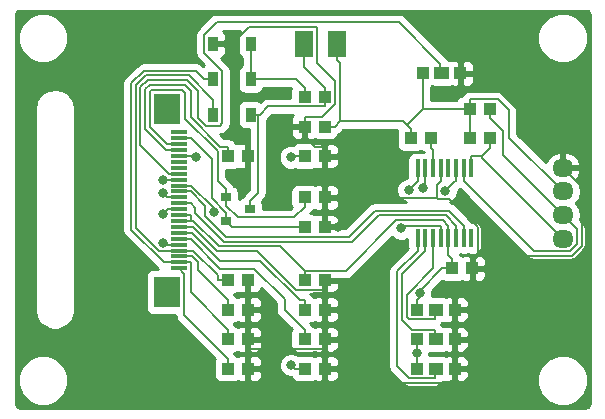
<source format=gbl>
G04 #@! TF.FileFunction,Copper,L2,Bot,Signal*
%FSLAX46Y46*%
G04 Gerber Fmt 4.6, Leading zero omitted, Abs format (unit mm)*
G04 Created by KiCad (PCBNEW 4.0.1-stable) date 2018/04/18 7:14:41*
%MOMM*%
G01*
G04 APERTURE LIST*
%ADD10C,0.050000*%
%ADD11R,1.100000X1.000000*%
%ADD12O,1.800000X1.524000*%
%ADD13R,1.597660X2.199640*%
%ADD14R,0.900000X0.800000*%
%ADD15R,0.450000X1.500000*%
%ADD16R,2.300000X2.650000*%
%ADD17R,1.400000X0.300000*%
%ADD18R,0.900000X1.200000*%
%ADD19C,0.800000*%
%ADD20C,0.200000*%
%ADD21C,0.254000*%
G04 APERTURE END LIST*
D10*
D11*
X180650000Y-132500000D03*
X182350000Y-132500000D03*
X169850000Y-120500000D03*
X168150000Y-120500000D03*
X168150000Y-118000000D03*
X169850000Y-118000000D03*
X168150000Y-133500000D03*
X169850000Y-133500000D03*
X168150000Y-136000000D03*
X169850000Y-136000000D03*
X168150000Y-138500000D03*
X169850000Y-138500000D03*
X168150000Y-141000000D03*
X169850000Y-141000000D03*
X161650000Y-133500000D03*
X163350000Y-133500000D03*
X161650000Y-136000000D03*
X163350000Y-136000000D03*
X161650000Y-123000000D03*
X163350000Y-123000000D03*
X161650000Y-138500000D03*
X163350000Y-138500000D03*
X168150000Y-123000000D03*
X169850000Y-123000000D03*
X161650000Y-141000000D03*
X163350000Y-141000000D03*
D12*
X190000000Y-130000000D03*
X190000000Y-128000000D03*
X190000000Y-126000000D03*
X190000000Y-124000000D03*
D13*
X168100460Y-113500000D03*
X170899540Y-113500000D03*
D14*
X161500000Y-128500000D03*
X161500000Y-126500000D03*
X163500000Y-127500000D03*
D11*
X177150000Y-121500000D03*
X178850000Y-121500000D03*
X179650000Y-116000000D03*
X181350000Y-116000000D03*
X168150000Y-129000000D03*
X169850000Y-129000000D03*
X168150000Y-126500000D03*
X169850000Y-126500000D03*
X177650000Y-136000000D03*
X179350000Y-136000000D03*
X179150000Y-136000000D03*
X180850000Y-136000000D03*
X177650000Y-138500000D03*
X179350000Y-138500000D03*
X179150000Y-138500000D03*
X180850000Y-138500000D03*
X177650000Y-141000000D03*
X179350000Y-141000000D03*
X179150000Y-141000000D03*
X180850000Y-141000000D03*
X178150000Y-116000000D03*
X179850000Y-116000000D03*
D15*
X177725000Y-124050000D03*
X178375000Y-124050000D03*
X179025000Y-124050000D03*
X179675000Y-124050000D03*
X180325000Y-124050000D03*
X180975000Y-124050000D03*
X181625000Y-124050000D03*
X182275000Y-124050000D03*
X182275000Y-129950000D03*
X181625000Y-129950000D03*
X180975000Y-129950000D03*
X180325000Y-129950000D03*
X179675000Y-129950000D03*
X179025000Y-129950000D03*
X178375000Y-129950000D03*
X177725000Y-129950000D03*
D16*
X156500000Y-119000000D03*
D17*
X157500000Y-132500000D03*
X157500000Y-132000000D03*
X157500000Y-131500000D03*
X157500000Y-131000000D03*
X157500000Y-130500000D03*
X157500000Y-130000000D03*
X157500000Y-129500000D03*
X157500000Y-129000000D03*
X157500000Y-128500000D03*
X157500000Y-128000000D03*
X157500000Y-127500000D03*
X157500000Y-127000000D03*
X157500000Y-126500000D03*
X157500000Y-126000000D03*
X157500000Y-125500000D03*
X157500000Y-125000000D03*
X157500000Y-124500000D03*
X157500000Y-124000000D03*
X157500000Y-123500000D03*
X157500000Y-123000000D03*
X157500000Y-122500000D03*
X157500000Y-122000000D03*
X157500000Y-121500000D03*
X157500000Y-121000000D03*
D16*
X156500000Y-134500000D03*
D18*
X160400000Y-113500000D03*
X163600000Y-113500000D03*
X163600000Y-116500000D03*
X160400000Y-116500000D03*
X160400000Y-119500000D03*
X163600000Y-119500000D03*
D11*
X182150000Y-121500000D03*
X183850000Y-121500000D03*
X182150000Y-119000000D03*
X183850000Y-119000000D03*
D19*
X177889500Y-134625700D03*
X177650000Y-139641100D03*
X153000000Y-139000000D03*
X162000000Y-114000000D03*
X153000000Y-114000000D03*
X166000000Y-121000000D03*
X171000000Y-129000000D03*
X174000000Y-133000000D03*
X184000000Y-140000000D03*
X185000000Y-116000000D03*
X156152700Y-130347000D03*
X166999700Y-140700000D03*
X158943500Y-123105300D03*
X166986000Y-123105300D03*
X156194500Y-126089500D03*
X176958500Y-125866800D03*
X156177900Y-125000000D03*
X178147500Y-125698900D03*
X180062100Y-125956800D03*
X156196500Y-127911700D03*
X160458200Y-127777800D03*
X176339100Y-129132500D03*
D20*
X177150000Y-121500000D02*
X177150000Y-120699700D01*
X180325000Y-131374700D02*
X180650000Y-131699700D01*
X180325000Y-129950000D02*
X180325000Y-131374700D01*
X177650000Y-141000000D02*
X177650000Y-140199700D01*
X180650000Y-132299900D02*
X180650000Y-131699700D01*
X168150000Y-133500000D02*
X168150000Y-132799800D01*
X180325000Y-129950000D02*
X180325000Y-128899700D01*
X169850000Y-120500000D02*
X170700300Y-120500000D01*
X170899500Y-113500000D02*
X170899500Y-114900100D01*
X178150000Y-116000000D02*
X178150000Y-116800300D01*
X171135300Y-115135900D02*
X171135300Y-120065000D01*
X170899500Y-114900100D02*
X171135300Y-115135900D01*
X171135300Y-120065000D02*
X170700300Y-120500000D01*
X180650000Y-132500000D02*
X180650000Y-132299900D01*
X180650000Y-132500000D02*
X179799700Y-132500000D01*
X182150000Y-119000000D02*
X182150000Y-121500000D01*
X182150000Y-119000000D02*
X181299700Y-119000000D01*
X178150000Y-119000000D02*
X181299700Y-119000000D01*
X178150000Y-119000000D02*
X178150000Y-116800300D01*
X176800200Y-120349800D02*
X178150000Y-119000000D01*
X177150000Y-120699700D02*
X176800200Y-120349800D01*
X176515300Y-120065000D02*
X171135300Y-120065000D01*
X176800200Y-120349800D02*
X176515300Y-120065000D01*
X177650000Y-138500000D02*
X177650000Y-139641100D01*
X177650000Y-139641100D02*
X177650000Y-140199700D01*
X177650000Y-136000000D02*
X177650000Y-135199700D01*
X177889500Y-134960200D02*
X177889500Y-134625700D01*
X177650000Y-135199700D02*
X177889500Y-134960200D01*
X177889500Y-134410200D02*
X177889500Y-134625700D01*
X179799700Y-132500000D02*
X177889500Y-134410200D01*
X184527300Y-118199700D02*
X182150000Y-118199700D01*
X185439800Y-119112200D02*
X184527300Y-118199700D01*
X185439800Y-121439800D02*
X185439800Y-119112200D01*
X190000000Y-126000000D02*
X185439800Y-121439800D01*
X182150000Y-119000000D02*
X182150000Y-118199700D01*
X157500000Y-128000000D02*
X158500300Y-128000000D01*
X157500000Y-128500000D02*
X158481800Y-128500000D01*
X158500300Y-128000000D02*
X158500300Y-128481500D01*
X158481800Y-128500000D02*
X158500300Y-128481500D01*
X166091500Y-130641200D02*
X168150000Y-132699700D01*
X160887700Y-130641200D02*
X166091500Y-130641200D01*
X158728000Y-128481500D02*
X160887700Y-130641200D01*
X158500300Y-128481500D02*
X158728000Y-128481500D01*
X171639800Y-132699700D02*
X168150000Y-132699700D01*
X175917100Y-128422400D02*
X171639800Y-132699700D01*
X179847700Y-128422400D02*
X175917100Y-128422400D01*
X180325000Y-128899700D02*
X179847700Y-128422400D01*
X168150000Y-132699700D02*
X168150000Y-132799800D01*
X163350000Y-141000000D02*
X163350000Y-142650000D01*
X157000000Y-143000000D02*
X153000000Y-139000000D01*
X163000000Y-143000000D02*
X157000000Y-143000000D01*
X163350000Y-142650000D02*
X163000000Y-143000000D01*
X161500000Y-113500000D02*
X162000000Y-114000000D01*
X161500000Y-113500000D02*
X160400000Y-113500000D01*
X168150000Y-120500000D02*
X166500000Y-120500000D01*
X166500000Y-120500000D02*
X166000000Y-121000000D01*
X169850000Y-129000000D02*
X171000000Y-129000000D01*
X169850000Y-133500000D02*
X173500000Y-133500000D01*
X173500000Y-133500000D02*
X174000000Y-133000000D01*
X180850000Y-141000000D02*
X183000000Y-141000000D01*
X183000000Y-141000000D02*
X184000000Y-140000000D01*
X181350000Y-116000000D02*
X185000000Y-116000000D01*
X180850000Y-138500000D02*
X180850000Y-136000000D01*
X169049400Y-122199700D02*
X168150000Y-121300300D01*
X169850000Y-122199700D02*
X169049400Y-122199700D01*
X163350000Y-138500000D02*
X163350000Y-136000000D01*
X169850000Y-122255700D02*
X169850000Y-122199700D01*
X169850000Y-122369300D02*
X169850000Y-122255700D01*
X168150000Y-120500000D02*
X168150000Y-119699700D01*
X163350000Y-134300300D02*
X163350000Y-135199700D01*
X163350000Y-133500000D02*
X163350000Y-134300300D01*
X163350000Y-136000000D02*
X163350000Y-135199700D01*
X169850000Y-138500000D02*
X169850000Y-136000000D01*
X157500000Y-129000000D02*
X158500300Y-129000000D01*
X169850000Y-136000000D02*
X169850000Y-134301900D01*
X169850000Y-134301900D02*
X169850000Y-133500000D01*
X179675000Y-124050000D02*
X179675000Y-125100300D01*
X169850000Y-126500000D02*
X170700300Y-126500000D01*
X179354100Y-125421200D02*
X179354100Y-126567500D01*
X179675000Y-125100300D02*
X179354100Y-125421200D01*
X168150000Y-120500000D02*
X168150000Y-121300300D01*
X169850000Y-122899800D02*
X169850000Y-122369300D01*
X169850000Y-129000000D02*
X169850000Y-126500000D01*
X170767800Y-126567500D02*
X179354100Y-126567500D01*
X170700300Y-126500000D02*
X170767800Y-126567500D01*
X160400000Y-113500000D02*
X161150300Y-113500000D01*
X163350000Y-123000000D02*
X163350000Y-122199700D01*
X161150300Y-113500000D02*
X162200300Y-113500000D01*
X162200300Y-113368700D02*
X162200300Y-113500000D01*
X163469200Y-112099800D02*
X162200300Y-113368700D01*
X169105000Y-112099800D02*
X163469200Y-112099800D01*
X169199800Y-112194600D02*
X169105000Y-112099800D01*
X169199800Y-115133900D02*
X169199800Y-112194600D01*
X170734900Y-116669000D02*
X169199800Y-115133900D01*
X170734900Y-118589900D02*
X170734900Y-116669000D01*
X169625100Y-119699700D02*
X170734900Y-118589900D01*
X168150000Y-119699700D02*
X169625100Y-119699700D01*
X162200300Y-121050000D02*
X163350000Y-122199700D01*
X162200300Y-113500000D02*
X162200300Y-121050000D01*
X179443800Y-126657200D02*
X179354100Y-126567500D01*
X180411000Y-126657200D02*
X179443800Y-126657200D01*
X182800400Y-129046600D02*
X180411000Y-126657200D01*
X182800400Y-131488000D02*
X182800400Y-129046600D01*
X191636500Y-125636500D02*
X190000000Y-124000000D01*
X191636500Y-130648200D02*
X191636500Y-125636500D01*
X190796700Y-131488000D02*
X191636500Y-130648200D01*
X182800400Y-131488000D02*
X190796700Y-131488000D01*
X183062300Y-116000000D02*
X190000000Y-122937700D01*
X181350000Y-116000000D02*
X183062300Y-116000000D01*
X190000000Y-124000000D02*
X190000000Y-122937700D01*
X180850000Y-138500000D02*
X180850000Y-141000000D01*
X170290200Y-142240500D02*
X169850000Y-141800300D01*
X180409800Y-142240500D02*
X170290200Y-142240500D01*
X180850000Y-141800300D02*
X180409800Y-142240500D01*
X180850000Y-141000000D02*
X180850000Y-141800300D01*
X169850000Y-141000000D02*
X169850000Y-141800300D01*
X163350000Y-138500000D02*
X163350000Y-139300300D01*
X169850000Y-139300300D02*
X163350000Y-139300300D01*
X169850000Y-141000000D02*
X169850000Y-139300300D01*
X169850000Y-139300300D02*
X169850000Y-138500000D01*
X163350000Y-141000000D02*
X163350000Y-139300300D01*
X182588700Y-131699700D02*
X182350000Y-131699700D01*
X182800400Y-131488000D02*
X182588700Y-131699700D01*
X182350000Y-133699700D02*
X180850000Y-135199700D01*
X182350000Y-132500000D02*
X182350000Y-133699700D01*
X180850000Y-136000000D02*
X180850000Y-135199700D01*
X182350000Y-132500000D02*
X182350000Y-131699700D01*
X167403700Y-134301900D02*
X169850000Y-134301900D01*
X164145100Y-131043300D02*
X167403700Y-134301900D01*
X160723500Y-131043300D02*
X164145100Y-131043300D01*
X158680200Y-129000000D02*
X160723500Y-131043300D01*
X158500300Y-129000000D02*
X158680200Y-129000000D01*
X169850000Y-122899800D02*
X169850000Y-123000000D01*
X169850000Y-123000000D02*
X169850000Y-126500000D01*
X163600000Y-116500000D02*
X163600000Y-113500000D01*
X168150000Y-118000000D02*
X168150000Y-117199700D01*
X167450300Y-116500000D02*
X168150000Y-117199700D01*
X163600000Y-116500000D02*
X167450300Y-116500000D01*
X168100500Y-115450200D02*
X168100500Y-113500000D01*
X169850000Y-117199700D02*
X168100500Y-115450200D01*
X169850000Y-118000000D02*
X169850000Y-117199700D01*
X165050000Y-118800300D02*
X169850000Y-118800300D01*
X164350300Y-119500000D02*
X165050000Y-118800300D01*
X169850000Y-118000000D02*
X169850000Y-118800300D01*
X164200400Y-126099300D02*
X164200400Y-119500000D01*
X163500000Y-126799700D02*
X164200400Y-126099300D01*
X163600000Y-119500000D02*
X164200400Y-119500000D01*
X164200400Y-119500000D02*
X164350300Y-119500000D01*
X163500000Y-127500000D02*
X163500000Y-126799700D01*
X168150000Y-136000000D02*
X168150000Y-135199700D01*
X167735400Y-135199700D02*
X168150000Y-135199700D01*
X164379600Y-131843900D02*
X167735400Y-135199700D01*
X160958000Y-131843900D02*
X164379600Y-131843900D01*
X158614100Y-129500000D02*
X160958000Y-131843900D01*
X157500000Y-129500000D02*
X158614100Y-129500000D01*
X166450400Y-136000100D02*
X168150000Y-137699700D01*
X166450400Y-135124500D02*
X166450400Y-136000100D01*
X163853500Y-132527600D02*
X166450400Y-135124500D01*
X161027900Y-132527600D02*
X163853500Y-132527600D01*
X158500300Y-130000000D02*
X161027900Y-132527600D01*
X157500000Y-130000000D02*
X158500300Y-130000000D01*
X168150000Y-138500000D02*
X168150000Y-137699700D01*
X156305700Y-130500000D02*
X156152700Y-130347000D01*
X157500000Y-130500000D02*
X156305700Y-130500000D01*
X168150000Y-141000000D02*
X167299700Y-141000000D01*
X166999700Y-140700000D02*
X167299700Y-141000000D01*
X161650000Y-133500000D02*
X160799700Y-133500000D01*
X160400000Y-119500000D02*
X160400000Y-118599700D01*
X157500000Y-131000000D02*
X156499700Y-131000000D01*
X156450100Y-131049600D02*
X156499700Y-131000000D01*
X155843800Y-131049600D02*
X156450100Y-131049600D01*
X153848700Y-129054500D02*
X155843800Y-131049600D01*
X153848700Y-117022600D02*
X153848700Y-129054500D01*
X154697600Y-116173700D02*
X153848700Y-117022600D01*
X158333800Y-116173700D02*
X154697600Y-116173700D01*
X160400000Y-118239900D02*
X158333800Y-116173700D01*
X160400000Y-118599700D02*
X160400000Y-118239900D01*
X158726100Y-131000000D02*
X157500000Y-131000000D01*
X160799700Y-133073600D02*
X158726100Y-131000000D01*
X160799700Y-133500000D02*
X160799700Y-133073600D01*
X161650000Y-136000000D02*
X161650000Y-135199700D01*
X158632900Y-131500000D02*
X157500000Y-131500000D01*
X159103200Y-131970300D02*
X158632900Y-131500000D01*
X159103200Y-132652900D02*
X159103200Y-131970300D01*
X161650000Y-135199700D02*
X159103200Y-132652900D01*
X161000500Y-122199700D02*
X161650000Y-122199700D01*
X158516900Y-119716100D02*
X161000500Y-122199700D01*
X158516900Y-117489000D02*
X158516900Y-119716100D01*
X158002200Y-116974300D02*
X158516900Y-117489000D01*
X155029200Y-116974300D02*
X158002200Y-116974300D01*
X154649300Y-117354200D02*
X155029200Y-116974300D01*
X154649300Y-120715900D02*
X154649300Y-117354200D01*
X156433400Y-122500000D02*
X154649300Y-120715900D01*
X157500000Y-122500000D02*
X156433400Y-122500000D01*
X161650000Y-123000000D02*
X161650000Y-122199700D01*
X160400000Y-116500000D02*
X159649700Y-116500000D01*
X156204700Y-132000000D02*
X157500000Y-132000000D01*
X153448400Y-129243700D02*
X156204700Y-132000000D01*
X153448400Y-116856800D02*
X153448400Y-129243700D01*
X154531800Y-115773400D02*
X153448400Y-116856800D01*
X158923100Y-115773400D02*
X154531800Y-115773400D01*
X159649700Y-116500000D02*
X158923100Y-115773400D01*
X158500300Y-134550000D02*
X161650000Y-137699700D01*
X158500300Y-132000000D02*
X158500300Y-134550000D01*
X157500000Y-132000000D02*
X158500300Y-132000000D01*
X161650000Y-138500000D02*
X161650000Y-137699700D01*
X167194400Y-123105300D02*
X167299700Y-123000000D01*
X166986000Y-123105300D02*
X167194400Y-123105300D01*
X168150000Y-123000000D02*
X167299700Y-123000000D01*
X158838200Y-123000000D02*
X158943500Y-123105300D01*
X157500000Y-123000000D02*
X158838200Y-123000000D01*
X157950400Y-136500100D02*
X161650000Y-140199700D01*
X157950400Y-132950400D02*
X157950400Y-136500100D01*
X157500000Y-132500000D02*
X157950400Y-132950400D01*
X161650000Y-141000000D02*
X161650000Y-140199700D01*
X182275000Y-124050000D02*
X182275000Y-122999700D01*
X183850000Y-121500000D02*
X183850000Y-122300300D01*
X183150600Y-123150600D02*
X183150600Y-122999700D01*
X190000000Y-130000000D02*
X183150600Y-123150600D01*
X182275000Y-122999700D02*
X183150600Y-122999700D01*
X183150600Y-122999700D02*
X183850000Y-122300300D01*
X183850000Y-119000000D02*
X183850000Y-119800300D01*
X184937700Y-120888000D02*
X183850000Y-119800300D01*
X184937800Y-120888000D02*
X184937700Y-120888000D01*
X184937800Y-122937800D02*
X184937800Y-120888000D01*
X190000000Y-128000000D02*
X184937800Y-122937800D01*
X191207200Y-129207200D02*
X190000000Y-128000000D01*
X191207200Y-130459200D02*
X191207200Y-129207200D01*
X190590100Y-131076300D02*
X191207200Y-130459200D01*
X187601000Y-131076300D02*
X190590100Y-131076300D01*
X181625000Y-125100300D02*
X187601000Y-131076300D01*
X181625000Y-124050000D02*
X181625000Y-125100300D01*
X157500000Y-121500000D02*
X158500300Y-121500000D01*
X161500000Y-128474900D02*
X161500000Y-127799700D01*
X161500000Y-128474900D02*
X161500000Y-128500000D01*
X160280200Y-123279900D02*
X158500300Y-121500000D01*
X160280200Y-126579900D02*
X160280200Y-123279900D01*
X161500000Y-127799700D02*
X160280200Y-126579900D01*
X162000000Y-129000000D02*
X161500000Y-128500000D01*
X167299700Y-129000000D02*
X162000000Y-129000000D01*
X168150000Y-129000000D02*
X167299700Y-129000000D01*
X161500000Y-126149800D02*
X161500000Y-125799700D01*
X161500000Y-126149800D02*
X161500000Y-126500000D01*
X167249900Y-128200400D02*
X168150000Y-127300300D01*
X162500100Y-128200400D02*
X167249900Y-128200400D01*
X161500000Y-127200300D02*
X162500100Y-128200400D01*
X161500000Y-126500000D02*
X161500000Y-127200300D01*
X168150000Y-126500000D02*
X168150000Y-127300300D01*
X157500000Y-122000000D02*
X156499700Y-122000000D01*
X160799700Y-125099400D02*
X161500000Y-125799700D01*
X160799700Y-122581800D02*
X160799700Y-125099400D01*
X158058000Y-119840100D02*
X160799700Y-122581800D01*
X158058000Y-117636900D02*
X158058000Y-119840100D01*
X157795700Y-117374600D02*
X158058000Y-117636900D01*
X155195000Y-117374600D02*
X157795700Y-117374600D01*
X155049600Y-117520000D02*
X155195000Y-117374600D01*
X155049600Y-120549900D02*
X155049600Y-117520000D01*
X156499700Y-122000000D02*
X155049600Y-120549900D01*
X179025000Y-122475300D02*
X178850000Y-122300300D01*
X179025000Y-124050000D02*
X179025000Y-122475300D01*
X178850000Y-121500000D02*
X178850000Y-122300300D01*
X179850000Y-116000000D02*
X179650000Y-116000000D01*
X179650000Y-116000000D02*
X179650000Y-115199700D01*
X156681400Y-124500000D02*
X157500000Y-124500000D01*
X154249000Y-122067600D02*
X156681400Y-124500000D01*
X154249000Y-117188400D02*
X154249000Y-122067600D01*
X154863400Y-116574000D02*
X154249000Y-117188400D01*
X158168000Y-116574000D02*
X154863400Y-116574000D01*
X159117300Y-117523300D02*
X158168000Y-116574000D01*
X159117300Y-119750200D02*
X159117300Y-117523300D01*
X159791900Y-120424800D02*
X159117300Y-119750200D01*
X160966900Y-120424800D02*
X159791900Y-120424800D01*
X161150400Y-120241300D02*
X160966900Y-120424800D01*
X161150400Y-115775700D02*
X161150400Y-120241300D01*
X159632200Y-114257500D02*
X161150400Y-115775700D01*
X159632200Y-112759200D02*
X159632200Y-114257500D01*
X160700600Y-111690800D02*
X159632200Y-112759200D01*
X176141100Y-111690800D02*
X160700600Y-111690800D01*
X179650000Y-115199700D02*
X176141100Y-111690800D01*
X179150000Y-136000000D02*
X179350000Y-136000000D01*
X179150000Y-136000000D02*
X179150000Y-136800300D01*
X179025000Y-132493100D02*
X179025000Y-129950000D01*
X176788800Y-134729300D02*
X179025000Y-132493100D01*
X176788800Y-136621500D02*
X176788800Y-134729300D01*
X176967600Y-136800300D02*
X176788800Y-136621500D01*
X179150000Y-136800300D02*
X176967600Y-136800300D01*
X179150000Y-138500000D02*
X179350000Y-138500000D01*
X177237600Y-137699700D02*
X179150000Y-137699700D01*
X176378300Y-136840400D02*
X177237600Y-137699700D01*
X176378300Y-132997000D02*
X176378300Y-136840400D01*
X178375000Y-131000300D02*
X176378300Y-132997000D01*
X178375000Y-129950000D02*
X178375000Y-131000300D01*
X179150000Y-138500000D02*
X179150000Y-137699700D01*
X179150000Y-141000000D02*
X179350000Y-141000000D01*
X176970400Y-141800300D02*
X179150000Y-141800300D01*
X175977900Y-140807800D02*
X176970400Y-141800300D01*
X175977900Y-132747400D02*
X175977900Y-140807800D01*
X177725000Y-131000300D02*
X175977900Y-132747400D01*
X177725000Y-129950000D02*
X177725000Y-131000300D01*
X179150000Y-141000000D02*
X179150000Y-141800300D01*
X177725000Y-124050000D02*
X177725000Y-125100300D01*
X156499700Y-126394700D02*
X156194500Y-126089500D01*
X156499700Y-126500000D02*
X156499700Y-126394700D01*
X157500000Y-126500000D02*
X156499700Y-126500000D01*
X177725000Y-125100300D02*
X176958500Y-125866800D01*
X178375000Y-125471400D02*
X178147500Y-125698900D01*
X178375000Y-124050000D02*
X178375000Y-125471400D01*
X157500000Y-125000000D02*
X156177900Y-125000000D01*
X156499700Y-127608500D02*
X156499700Y-127500000D01*
X156196500Y-127911700D02*
X156499700Y-127608500D01*
X157500000Y-127500000D02*
X156499700Y-127500000D01*
X180975000Y-124050000D02*
X180975000Y-125100300D01*
X180918600Y-125100300D02*
X180062100Y-125956800D01*
X180975000Y-125100300D02*
X180918600Y-125100300D01*
X181625000Y-129950000D02*
X181625000Y-128899700D01*
X157500000Y-126000000D02*
X158500300Y-126000000D01*
X159757900Y-127257600D02*
X158500300Y-126000000D01*
X159757900Y-128067800D02*
X159757900Y-127257600D01*
X161530500Y-129840400D02*
X159757900Y-128067800D01*
X171899800Y-129840400D02*
X161530500Y-129840400D01*
X174118400Y-127621800D02*
X171899800Y-129840400D01*
X180347100Y-127621800D02*
X174118400Y-127621800D01*
X181625000Y-128899700D02*
X180347100Y-127621800D01*
X157500000Y-127000000D02*
X158500300Y-127000000D01*
X180975000Y-129950000D02*
X180975000Y-128899700D01*
X158900700Y-127400400D02*
X158500300Y-127000000D01*
X158900700Y-127853100D02*
X158900700Y-127400400D01*
X161288400Y-130240800D02*
X158900700Y-127853100D01*
X172203300Y-130240800D02*
X161288400Y-130240800D01*
X174422000Y-128022100D02*
X172203300Y-130240800D01*
X180097400Y-128022100D02*
X174422000Y-128022100D01*
X180975000Y-128899700D02*
X180097400Y-128022100D01*
X160458200Y-127388300D02*
X160458200Y-127777800D01*
X158569900Y-125500000D02*
X160458200Y-127388300D01*
X157500000Y-125500000D02*
X158569900Y-125500000D01*
X179675000Y-129950000D02*
X179675000Y-128899700D01*
X176571900Y-128899700D02*
X176339100Y-129132500D01*
X179675000Y-128899700D02*
X176571900Y-128899700D01*
D21*
G36*
X192105655Y-110744926D02*
X192195225Y-110804774D01*
X192255074Y-110894345D01*
X192290000Y-111069930D01*
X192290000Y-143930070D01*
X192255074Y-144105655D01*
X192195225Y-144195226D01*
X192105655Y-144255074D01*
X191930070Y-144290000D01*
X144069930Y-144290000D01*
X143894345Y-144255074D01*
X143804774Y-144195225D01*
X143744926Y-144105655D01*
X143710000Y-143930070D01*
X143710000Y-142422815D01*
X143864630Y-142422815D01*
X144188980Y-143207800D01*
X144789041Y-143808909D01*
X145573459Y-144134628D01*
X146422815Y-144135370D01*
X147207800Y-143811020D01*
X147808909Y-143210959D01*
X148134628Y-142426541D01*
X148135370Y-141577185D01*
X147811020Y-140792200D01*
X147210959Y-140191091D01*
X146426541Y-139865372D01*
X145577185Y-139864630D01*
X144792200Y-140188980D01*
X144191091Y-140789041D01*
X143865372Y-141573459D01*
X143864630Y-142422815D01*
X143710000Y-142422815D01*
X143710000Y-119000000D01*
X145290000Y-119000000D01*
X145290000Y-136000000D01*
X145303642Y-136068584D01*
X145303642Y-136138513D01*
X145379762Y-136521196D01*
X145395474Y-136559128D01*
X145485776Y-136777138D01*
X145702549Y-137101561D01*
X145702550Y-137101562D01*
X145898438Y-137297451D01*
X146222862Y-137514223D01*
X146305757Y-137548559D01*
X146478804Y-137620238D01*
X146861486Y-137696358D01*
X147138513Y-137696358D01*
X147521196Y-137620238D01*
X147629444Y-137575400D01*
X147777138Y-137514224D01*
X148101561Y-137297451D01*
X148163912Y-137235100D01*
X148297451Y-137101562D01*
X148514223Y-136777138D01*
X148578690Y-136621500D01*
X148620238Y-136521196D01*
X148696358Y-136138514D01*
X148696358Y-136068584D01*
X148710000Y-136000000D01*
X148710000Y-119000000D01*
X148696358Y-118931416D01*
X148696358Y-118861486D01*
X148620238Y-118478804D01*
X148538129Y-118280577D01*
X148514223Y-118222862D01*
X148297451Y-117898438D01*
X148101562Y-117702550D01*
X148101561Y-117702549D01*
X147777138Y-117485776D01*
X147593368Y-117409657D01*
X147521196Y-117379762D01*
X147138513Y-117303642D01*
X147000000Y-117303642D01*
X146478804Y-117379762D01*
X146334143Y-117439683D01*
X146222862Y-117485777D01*
X145898438Y-117702549D01*
X145799716Y-117801272D01*
X145702549Y-117898439D01*
X145485776Y-118222862D01*
X145447218Y-118315951D01*
X145379762Y-118478804D01*
X145303642Y-118861487D01*
X145303642Y-118931416D01*
X145290000Y-119000000D01*
X143710000Y-119000000D01*
X143710000Y-116856800D01*
X152713400Y-116856800D01*
X152713400Y-129243700D01*
X152760458Y-129480276D01*
X152769349Y-129524972D01*
X152928677Y-129763423D01*
X155684977Y-132519724D01*
X155696704Y-132527560D01*
X155350000Y-132527560D01*
X155114683Y-132571838D01*
X154898559Y-132710910D01*
X154753569Y-132923110D01*
X154702560Y-133175000D01*
X154702560Y-135825000D01*
X154746838Y-136060317D01*
X154885910Y-136276441D01*
X155098110Y-136421431D01*
X155350000Y-136472440D01*
X157215400Y-136472440D01*
X157215400Y-136500100D01*
X157246402Y-136655954D01*
X157271349Y-136781372D01*
X157430677Y-137019823D01*
X160566646Y-140155793D01*
X160503569Y-140248110D01*
X160452560Y-140500000D01*
X160452560Y-141500000D01*
X160496838Y-141735317D01*
X160635910Y-141951441D01*
X160848110Y-142096431D01*
X161100000Y-142147440D01*
X162200000Y-142147440D01*
X162435317Y-142103162D01*
X162498568Y-142062461D01*
X162673691Y-142135000D01*
X163064250Y-142135000D01*
X163223000Y-141976250D01*
X163223000Y-141127000D01*
X163477000Y-141127000D01*
X163477000Y-141976250D01*
X163635750Y-142135000D01*
X164026309Y-142135000D01*
X164259698Y-142038327D01*
X164438327Y-141859699D01*
X164535000Y-141626310D01*
X164535000Y-141285750D01*
X164376250Y-141127000D01*
X163477000Y-141127000D01*
X163223000Y-141127000D01*
X163203000Y-141127000D01*
X163203000Y-140904971D01*
X165964521Y-140904971D01*
X166121758Y-141285515D01*
X166412654Y-141576919D01*
X166792923Y-141734820D01*
X166996778Y-141734998D01*
X166996838Y-141735317D01*
X167135910Y-141951441D01*
X167348110Y-142096431D01*
X167600000Y-142147440D01*
X168700000Y-142147440D01*
X168935317Y-142103162D01*
X168998568Y-142062461D01*
X169173691Y-142135000D01*
X169564250Y-142135000D01*
X169723000Y-141976250D01*
X169723000Y-141127000D01*
X169977000Y-141127000D01*
X169977000Y-141976250D01*
X170135750Y-142135000D01*
X170526309Y-142135000D01*
X170759698Y-142038327D01*
X170938327Y-141859699D01*
X171035000Y-141626310D01*
X171035000Y-141285750D01*
X170876250Y-141127000D01*
X169977000Y-141127000D01*
X169723000Y-141127000D01*
X169703000Y-141127000D01*
X169703000Y-140873000D01*
X169723000Y-140873000D01*
X169723000Y-140023750D01*
X169977000Y-140023750D01*
X169977000Y-140873000D01*
X170876250Y-140873000D01*
X171035000Y-140714250D01*
X171035000Y-140373690D01*
X170938327Y-140140301D01*
X170759698Y-139961673D01*
X170526309Y-139865000D01*
X170135750Y-139865000D01*
X169977000Y-140023750D01*
X169723000Y-140023750D01*
X169564250Y-139865000D01*
X169173691Y-139865000D01*
X169000459Y-139936755D01*
X168951890Y-139903569D01*
X168700000Y-139852560D01*
X167616174Y-139852560D01*
X167586746Y-139823081D01*
X167206477Y-139665180D01*
X166794729Y-139664821D01*
X166414185Y-139822058D01*
X166122781Y-140112954D01*
X165964880Y-140493223D01*
X165964521Y-140904971D01*
X163203000Y-140904971D01*
X163203000Y-140873000D01*
X163223000Y-140873000D01*
X163223000Y-140023750D01*
X163477000Y-140023750D01*
X163477000Y-140873000D01*
X164376250Y-140873000D01*
X164535000Y-140714250D01*
X164535000Y-140373690D01*
X164438327Y-140140301D01*
X164259698Y-139961673D01*
X164026309Y-139865000D01*
X163635750Y-139865000D01*
X163477000Y-140023750D01*
X163223000Y-140023750D01*
X163064250Y-139865000D01*
X162673691Y-139865000D01*
X162500459Y-139936755D01*
X162451890Y-139903569D01*
X162298347Y-139872476D01*
X162169723Y-139679976D01*
X162137187Y-139647440D01*
X162200000Y-139647440D01*
X162435317Y-139603162D01*
X162498568Y-139562461D01*
X162673691Y-139635000D01*
X163064250Y-139635000D01*
X163223000Y-139476250D01*
X163223000Y-138627000D01*
X163477000Y-138627000D01*
X163477000Y-139476250D01*
X163635750Y-139635000D01*
X164026309Y-139635000D01*
X164259698Y-139538327D01*
X164438327Y-139359699D01*
X164535000Y-139126310D01*
X164535000Y-138785750D01*
X164376250Y-138627000D01*
X163477000Y-138627000D01*
X163223000Y-138627000D01*
X163203000Y-138627000D01*
X163203000Y-138373000D01*
X163223000Y-138373000D01*
X163223000Y-137523750D01*
X163477000Y-137523750D01*
X163477000Y-138373000D01*
X164376250Y-138373000D01*
X164535000Y-138214250D01*
X164535000Y-137873690D01*
X164438327Y-137640301D01*
X164259698Y-137461673D01*
X164026309Y-137365000D01*
X163635750Y-137365000D01*
X163477000Y-137523750D01*
X163223000Y-137523750D01*
X163064250Y-137365000D01*
X162673691Y-137365000D01*
X162500459Y-137436755D01*
X162451890Y-137403569D01*
X162298347Y-137372476D01*
X162169723Y-137179976D01*
X162137187Y-137147440D01*
X162200000Y-137147440D01*
X162435317Y-137103162D01*
X162498568Y-137062461D01*
X162673691Y-137135000D01*
X163064250Y-137135000D01*
X163223000Y-136976250D01*
X163223000Y-136127000D01*
X163477000Y-136127000D01*
X163477000Y-136976250D01*
X163635750Y-137135000D01*
X164026309Y-137135000D01*
X164259698Y-137038327D01*
X164438327Y-136859699D01*
X164535000Y-136626310D01*
X164535000Y-136285750D01*
X164376250Y-136127000D01*
X163477000Y-136127000D01*
X163223000Y-136127000D01*
X163203000Y-136127000D01*
X163203000Y-135873000D01*
X163223000Y-135873000D01*
X163223000Y-135023750D01*
X163477000Y-135023750D01*
X163477000Y-135873000D01*
X164376250Y-135873000D01*
X164535000Y-135714250D01*
X164535000Y-135373690D01*
X164438327Y-135140301D01*
X164259698Y-134961673D01*
X164026309Y-134865000D01*
X163635750Y-134865000D01*
X163477000Y-135023750D01*
X163223000Y-135023750D01*
X163064250Y-134865000D01*
X162673691Y-134865000D01*
X162500459Y-134936755D01*
X162451890Y-134903569D01*
X162298347Y-134872476D01*
X162293352Y-134865000D01*
X162169723Y-134679976D01*
X162137187Y-134647440D01*
X162200000Y-134647440D01*
X162435317Y-134603162D01*
X162498568Y-134562461D01*
X162673691Y-134635000D01*
X163064250Y-134635000D01*
X163223000Y-134476250D01*
X163223000Y-133627000D01*
X163203000Y-133627000D01*
X163203000Y-133373000D01*
X163223000Y-133373000D01*
X163223000Y-133353000D01*
X163477000Y-133353000D01*
X163477000Y-133373000D01*
X163497000Y-133373000D01*
X163497000Y-133627000D01*
X163477000Y-133627000D01*
X163477000Y-134476250D01*
X163635750Y-134635000D01*
X164026309Y-134635000D01*
X164259698Y-134538327D01*
X164438327Y-134359699D01*
X164499198Y-134212744D01*
X165715400Y-135428947D01*
X165715400Y-136000100D01*
X165760638Y-136227523D01*
X165771349Y-136281372D01*
X165930677Y-136519823D01*
X167066646Y-137655793D01*
X167003569Y-137748110D01*
X166952560Y-138000000D01*
X166952560Y-139000000D01*
X166996838Y-139235317D01*
X167135910Y-139451441D01*
X167348110Y-139596431D01*
X167600000Y-139647440D01*
X168700000Y-139647440D01*
X168935317Y-139603162D01*
X168998568Y-139562461D01*
X169173691Y-139635000D01*
X169564250Y-139635000D01*
X169723000Y-139476250D01*
X169723000Y-138627000D01*
X169977000Y-138627000D01*
X169977000Y-139476250D01*
X170135750Y-139635000D01*
X170526309Y-139635000D01*
X170759698Y-139538327D01*
X170938327Y-139359699D01*
X171035000Y-139126310D01*
X171035000Y-138785750D01*
X170876250Y-138627000D01*
X169977000Y-138627000D01*
X169723000Y-138627000D01*
X169703000Y-138627000D01*
X169703000Y-138373000D01*
X169723000Y-138373000D01*
X169723000Y-137523750D01*
X169977000Y-137523750D01*
X169977000Y-138373000D01*
X170876250Y-138373000D01*
X171035000Y-138214250D01*
X171035000Y-137873690D01*
X170938327Y-137640301D01*
X170759698Y-137461673D01*
X170526309Y-137365000D01*
X170135750Y-137365000D01*
X169977000Y-137523750D01*
X169723000Y-137523750D01*
X169564250Y-137365000D01*
X169173691Y-137365000D01*
X169000459Y-137436755D01*
X168951890Y-137403569D01*
X168798347Y-137372476D01*
X168787672Y-137356500D01*
X168669723Y-137179976D01*
X168637187Y-137147440D01*
X168700000Y-137147440D01*
X168935317Y-137103162D01*
X168998568Y-137062461D01*
X169173691Y-137135000D01*
X169564250Y-137135000D01*
X169723000Y-136976250D01*
X169723000Y-136127000D01*
X169977000Y-136127000D01*
X169977000Y-136976250D01*
X170135750Y-137135000D01*
X170526309Y-137135000D01*
X170759698Y-137038327D01*
X170938327Y-136859699D01*
X171035000Y-136626310D01*
X171035000Y-136285750D01*
X170876250Y-136127000D01*
X169977000Y-136127000D01*
X169723000Y-136127000D01*
X169703000Y-136127000D01*
X169703000Y-135873000D01*
X169723000Y-135873000D01*
X169723000Y-135023750D01*
X169977000Y-135023750D01*
X169977000Y-135873000D01*
X170876250Y-135873000D01*
X171035000Y-135714250D01*
X171035000Y-135373690D01*
X170938327Y-135140301D01*
X170759698Y-134961673D01*
X170526309Y-134865000D01*
X170135750Y-134865000D01*
X169977000Y-135023750D01*
X169723000Y-135023750D01*
X169564250Y-134865000D01*
X169173691Y-134865000D01*
X169000459Y-134936755D01*
X168951890Y-134903569D01*
X168798347Y-134872476D01*
X168669723Y-134679977D01*
X168621028Y-134647440D01*
X168700000Y-134647440D01*
X168935317Y-134603162D01*
X168998568Y-134562461D01*
X169173691Y-134635000D01*
X169564250Y-134635000D01*
X169723000Y-134476250D01*
X169723000Y-133627000D01*
X169977000Y-133627000D01*
X169977000Y-134476250D01*
X170135750Y-134635000D01*
X170526309Y-134635000D01*
X170759698Y-134538327D01*
X170938327Y-134359699D01*
X171035000Y-134126310D01*
X171035000Y-133785750D01*
X170876250Y-133627000D01*
X169977000Y-133627000D01*
X169723000Y-133627000D01*
X169703000Y-133627000D01*
X169703000Y-133434700D01*
X171639800Y-133434700D01*
X171921072Y-133378751D01*
X172159523Y-133219423D01*
X175560958Y-129817989D01*
X175752054Y-130009419D01*
X176132323Y-130167320D01*
X176544071Y-130167679D01*
X176852560Y-130040214D01*
X176852560Y-130700000D01*
X176873669Y-130812184D01*
X175458177Y-132227677D01*
X175298849Y-132466128D01*
X175242900Y-132747400D01*
X175242900Y-140807800D01*
X175294120Y-141065300D01*
X175298849Y-141089072D01*
X175458177Y-141327523D01*
X176450677Y-142320024D01*
X176610092Y-142426541D01*
X176689128Y-142479351D01*
X176970400Y-142535300D01*
X179150000Y-142535300D01*
X179431272Y-142479351D01*
X179515884Y-142422815D01*
X187864630Y-142422815D01*
X188188980Y-143207800D01*
X188789041Y-143808909D01*
X189573459Y-144134628D01*
X190422815Y-144135370D01*
X191207800Y-143811020D01*
X191808909Y-143210959D01*
X192134628Y-142426541D01*
X192135370Y-141577185D01*
X191811020Y-140792200D01*
X191210959Y-140191091D01*
X190426541Y-139865372D01*
X189577185Y-139864630D01*
X188792200Y-140188980D01*
X188191091Y-140789041D01*
X187865372Y-141573459D01*
X187864630Y-142422815D01*
X179515884Y-142422815D01*
X179669723Y-142320023D01*
X179785039Y-142147440D01*
X179900000Y-142147440D01*
X180108850Y-142108142D01*
X180173691Y-142135000D01*
X180564250Y-142135000D01*
X180723000Y-141976250D01*
X180723000Y-141127000D01*
X180977000Y-141127000D01*
X180977000Y-141976250D01*
X181135750Y-142135000D01*
X181526309Y-142135000D01*
X181759698Y-142038327D01*
X181938327Y-141859699D01*
X182035000Y-141626310D01*
X182035000Y-141285750D01*
X181876250Y-141127000D01*
X180977000Y-141127000D01*
X180723000Y-141127000D01*
X180703000Y-141127000D01*
X180703000Y-140873000D01*
X180723000Y-140873000D01*
X180723000Y-140023750D01*
X180977000Y-140023750D01*
X180977000Y-140873000D01*
X181876250Y-140873000D01*
X182035000Y-140714250D01*
X182035000Y-140373690D01*
X181938327Y-140140301D01*
X181759698Y-139961673D01*
X181526309Y-139865000D01*
X181135750Y-139865000D01*
X180977000Y-140023750D01*
X180723000Y-140023750D01*
X180564250Y-139865000D01*
X180173691Y-139865000D01*
X180103993Y-139893870D01*
X179900000Y-139852560D01*
X178682875Y-139852560D01*
X178684820Y-139847877D01*
X178684995Y-139647440D01*
X179900000Y-139647440D01*
X180108850Y-139608142D01*
X180173691Y-139635000D01*
X180564250Y-139635000D01*
X180723000Y-139476250D01*
X180723000Y-138627000D01*
X180977000Y-138627000D01*
X180977000Y-139476250D01*
X181135750Y-139635000D01*
X181526309Y-139635000D01*
X181759698Y-139538327D01*
X181938327Y-139359699D01*
X182035000Y-139126310D01*
X182035000Y-138785750D01*
X181876250Y-138627000D01*
X180977000Y-138627000D01*
X180723000Y-138627000D01*
X180703000Y-138627000D01*
X180703000Y-138373000D01*
X180723000Y-138373000D01*
X180723000Y-137523750D01*
X180977000Y-137523750D01*
X180977000Y-138373000D01*
X181876250Y-138373000D01*
X182035000Y-138214250D01*
X182035000Y-137873690D01*
X181938327Y-137640301D01*
X181759698Y-137461673D01*
X181526309Y-137365000D01*
X181135750Y-137365000D01*
X180977000Y-137523750D01*
X180723000Y-137523750D01*
X180564250Y-137365000D01*
X180173691Y-137365000D01*
X180103993Y-137393870D01*
X179900000Y-137352560D01*
X179785039Y-137352560D01*
X179716511Y-137250000D01*
X179785039Y-137147440D01*
X179900000Y-137147440D01*
X180108850Y-137108142D01*
X180173691Y-137135000D01*
X180564250Y-137135000D01*
X180723000Y-136976250D01*
X180723000Y-136127000D01*
X180977000Y-136127000D01*
X180977000Y-136976250D01*
X181135750Y-137135000D01*
X181526309Y-137135000D01*
X181759698Y-137038327D01*
X181938327Y-136859699D01*
X182035000Y-136626310D01*
X182035000Y-136285750D01*
X181876250Y-136127000D01*
X180977000Y-136127000D01*
X180723000Y-136127000D01*
X180703000Y-136127000D01*
X180703000Y-135873000D01*
X180723000Y-135873000D01*
X180723000Y-135023750D01*
X180977000Y-135023750D01*
X180977000Y-135873000D01*
X181876250Y-135873000D01*
X182035000Y-135714250D01*
X182035000Y-135373690D01*
X181938327Y-135140301D01*
X181759698Y-134961673D01*
X181526309Y-134865000D01*
X181135750Y-134865000D01*
X180977000Y-135023750D01*
X180723000Y-135023750D01*
X180564250Y-134865000D01*
X180173691Y-134865000D01*
X180103993Y-134893870D01*
X179900000Y-134852560D01*
X178915981Y-134852560D01*
X178924320Y-134832477D01*
X178924679Y-134420729D01*
X178922848Y-134416298D01*
X179785497Y-133553650D01*
X179848110Y-133596431D01*
X180100000Y-133647440D01*
X181200000Y-133647440D01*
X181435317Y-133603162D01*
X181498568Y-133562461D01*
X181673691Y-133635000D01*
X182064250Y-133635000D01*
X182223000Y-133476250D01*
X182223000Y-132627000D01*
X182477000Y-132627000D01*
X182477000Y-133476250D01*
X182635750Y-133635000D01*
X183026309Y-133635000D01*
X183259698Y-133538327D01*
X183438327Y-133359699D01*
X183535000Y-133126310D01*
X183535000Y-132785750D01*
X183376250Y-132627000D01*
X182477000Y-132627000D01*
X182223000Y-132627000D01*
X182203000Y-132627000D01*
X182203000Y-132373000D01*
X182223000Y-132373000D01*
X182223000Y-131523750D01*
X182477000Y-131523750D01*
X182477000Y-132373000D01*
X183376250Y-132373000D01*
X183535000Y-132214250D01*
X183535000Y-131873690D01*
X183438327Y-131640301D01*
X183259698Y-131461673D01*
X183026309Y-131365000D01*
X182635750Y-131365000D01*
X182477000Y-131523750D01*
X182223000Y-131523750D01*
X182064250Y-131365000D01*
X181673691Y-131365000D01*
X181500459Y-131436755D01*
X181451890Y-131403569D01*
X181298347Y-131372476D01*
X181272503Y-131333798D01*
X181303671Y-131327933D01*
X181400000Y-131347440D01*
X181850000Y-131347440D01*
X181953671Y-131327933D01*
X182050000Y-131347440D01*
X182500000Y-131347440D01*
X182735317Y-131303162D01*
X182951441Y-131164090D01*
X183096431Y-130951890D01*
X183147440Y-130700000D01*
X183147440Y-129200000D01*
X183103162Y-128964683D01*
X182964090Y-128748559D01*
X182751890Y-128603569D01*
X182500000Y-128552560D01*
X182260040Y-128552560D01*
X182144724Y-128379977D01*
X180866823Y-127102077D01*
X180628372Y-126942749D01*
X180464910Y-126910234D01*
X180647615Y-126834742D01*
X180939019Y-126543846D01*
X181096920Y-126163577D01*
X181097096Y-125961250D01*
X181271800Y-125786546D01*
X187081276Y-131596023D01*
X187306378Y-131746431D01*
X187319728Y-131755351D01*
X187601000Y-131811300D01*
X190590100Y-131811300D01*
X190871372Y-131755351D01*
X191109823Y-131596023D01*
X191726923Y-130978924D01*
X191886251Y-130740472D01*
X191887340Y-130734999D01*
X191942200Y-130459200D01*
X191942200Y-129207200D01*
X191886251Y-128925928D01*
X191870189Y-128901890D01*
X191726924Y-128687477D01*
X191477865Y-128438419D01*
X191565072Y-128000000D01*
X191458732Y-127465391D01*
X191155900Y-127012172D01*
X191137683Y-127000000D01*
X191155900Y-126987828D01*
X191458732Y-126534609D01*
X191565072Y-126000000D01*
X191458732Y-125465391D01*
X191155900Y-125012172D01*
X191101922Y-124976105D01*
X191262135Y-124830328D01*
X191492220Y-124343070D01*
X191369720Y-124127000D01*
X190127000Y-124127000D01*
X190127000Y-124147000D01*
X189873000Y-124147000D01*
X189873000Y-124127000D01*
X189853000Y-124127000D01*
X189853000Y-123873000D01*
X189873000Y-123873000D01*
X189873000Y-122761251D01*
X190127000Y-122761251D01*
X190127000Y-123873000D01*
X191369720Y-123873000D01*
X191492220Y-123656930D01*
X191262135Y-123169672D01*
X190858812Y-122802689D01*
X190345752Y-122617986D01*
X190127000Y-122761251D01*
X189873000Y-122761251D01*
X189654248Y-122617986D01*
X189141188Y-122802689D01*
X188737865Y-123169672D01*
X188568272Y-123528825D01*
X186174800Y-121135354D01*
X186174800Y-119112200D01*
X186118851Y-118830928D01*
X186079796Y-118772478D01*
X185959524Y-118592477D01*
X185047023Y-117679977D01*
X184808572Y-117520649D01*
X184805309Y-117520000D01*
X184527300Y-117464700D01*
X182150000Y-117464700D01*
X181868728Y-117520649D01*
X181630277Y-117679977D01*
X181502731Y-117870862D01*
X181364683Y-117896838D01*
X181148559Y-118035910D01*
X181003569Y-118248110D01*
X181000149Y-118265000D01*
X178885000Y-118265000D01*
X178885000Y-117112630D01*
X178907342Y-117108426D01*
X179100000Y-117147440D01*
X180400000Y-117147440D01*
X180608850Y-117108142D01*
X180673691Y-117135000D01*
X181064250Y-117135000D01*
X181223000Y-116976250D01*
X181223000Y-116127000D01*
X181477000Y-116127000D01*
X181477000Y-116976250D01*
X181635750Y-117135000D01*
X182026309Y-117135000D01*
X182259698Y-117038327D01*
X182438327Y-116859699D01*
X182535000Y-116626310D01*
X182535000Y-116285750D01*
X182376250Y-116127000D01*
X181477000Y-116127000D01*
X181223000Y-116127000D01*
X181203000Y-116127000D01*
X181203000Y-115873000D01*
X181223000Y-115873000D01*
X181223000Y-115023750D01*
X181477000Y-115023750D01*
X181477000Y-115873000D01*
X182376250Y-115873000D01*
X182535000Y-115714250D01*
X182535000Y-115373690D01*
X182438327Y-115140301D01*
X182259698Y-114961673D01*
X182026309Y-114865000D01*
X181635750Y-114865000D01*
X181477000Y-115023750D01*
X181223000Y-115023750D01*
X181064250Y-114865000D01*
X180673691Y-114865000D01*
X180603993Y-114893870D01*
X180400000Y-114852560D01*
X180285040Y-114852560D01*
X180169724Y-114679977D01*
X178912562Y-113422815D01*
X187864630Y-113422815D01*
X188188980Y-114207800D01*
X188789041Y-114808909D01*
X189573459Y-115134628D01*
X190422815Y-115135370D01*
X191207800Y-114811020D01*
X191808909Y-114210959D01*
X192134628Y-113426541D01*
X192135370Y-112577185D01*
X191811020Y-111792200D01*
X191210959Y-111191091D01*
X190426541Y-110865372D01*
X189577185Y-110864630D01*
X188792200Y-111188980D01*
X188191091Y-111789041D01*
X187865372Y-112573459D01*
X187864630Y-113422815D01*
X178912562Y-113422815D01*
X176660823Y-111171077D01*
X176422372Y-111011749D01*
X176141100Y-110955800D01*
X160700600Y-110955800D01*
X160419328Y-111011749D01*
X160180877Y-111171076D01*
X159112477Y-112239477D01*
X158953149Y-112477928D01*
X158897200Y-112759200D01*
X158897200Y-114257500D01*
X158938415Y-114464700D01*
X158953149Y-114538772D01*
X159112477Y-114777223D01*
X159664429Y-115329175D01*
X159575528Y-115386382D01*
X159442823Y-115253677D01*
X159204372Y-115094349D01*
X158923100Y-115038400D01*
X154531800Y-115038400D01*
X154250528Y-115094349D01*
X154012077Y-115253676D01*
X152928677Y-116337077D01*
X152769349Y-116575528D01*
X152713400Y-116856800D01*
X143710000Y-116856800D01*
X143710000Y-113422815D01*
X143864630Y-113422815D01*
X144188980Y-114207800D01*
X144789041Y-114808909D01*
X145573459Y-115134628D01*
X146422815Y-115135370D01*
X147207800Y-114811020D01*
X147808909Y-114210959D01*
X148134628Y-113426541D01*
X148135370Y-112577185D01*
X147811020Y-111792200D01*
X147210959Y-111191091D01*
X146426541Y-110865372D01*
X145577185Y-110864630D01*
X144792200Y-111188980D01*
X144191091Y-111789041D01*
X143865372Y-112573459D01*
X143864630Y-113422815D01*
X143710000Y-113422815D01*
X143710000Y-111069930D01*
X143744926Y-110894345D01*
X143804774Y-110804775D01*
X143894345Y-110744926D01*
X144069930Y-110710000D01*
X191930070Y-110710000D01*
X192105655Y-110744926D01*
X192105655Y-110744926D01*
G37*
X192105655Y-110744926D02*
X192195225Y-110804774D01*
X192255074Y-110894345D01*
X192290000Y-111069930D01*
X192290000Y-143930070D01*
X192255074Y-144105655D01*
X192195225Y-144195226D01*
X192105655Y-144255074D01*
X191930070Y-144290000D01*
X144069930Y-144290000D01*
X143894345Y-144255074D01*
X143804774Y-144195225D01*
X143744926Y-144105655D01*
X143710000Y-143930070D01*
X143710000Y-142422815D01*
X143864630Y-142422815D01*
X144188980Y-143207800D01*
X144789041Y-143808909D01*
X145573459Y-144134628D01*
X146422815Y-144135370D01*
X147207800Y-143811020D01*
X147808909Y-143210959D01*
X148134628Y-142426541D01*
X148135370Y-141577185D01*
X147811020Y-140792200D01*
X147210959Y-140191091D01*
X146426541Y-139865372D01*
X145577185Y-139864630D01*
X144792200Y-140188980D01*
X144191091Y-140789041D01*
X143865372Y-141573459D01*
X143864630Y-142422815D01*
X143710000Y-142422815D01*
X143710000Y-119000000D01*
X145290000Y-119000000D01*
X145290000Y-136000000D01*
X145303642Y-136068584D01*
X145303642Y-136138513D01*
X145379762Y-136521196D01*
X145395474Y-136559128D01*
X145485776Y-136777138D01*
X145702549Y-137101561D01*
X145702550Y-137101562D01*
X145898438Y-137297451D01*
X146222862Y-137514223D01*
X146305757Y-137548559D01*
X146478804Y-137620238D01*
X146861486Y-137696358D01*
X147138513Y-137696358D01*
X147521196Y-137620238D01*
X147629444Y-137575400D01*
X147777138Y-137514224D01*
X148101561Y-137297451D01*
X148163912Y-137235100D01*
X148297451Y-137101562D01*
X148514223Y-136777138D01*
X148578690Y-136621500D01*
X148620238Y-136521196D01*
X148696358Y-136138514D01*
X148696358Y-136068584D01*
X148710000Y-136000000D01*
X148710000Y-119000000D01*
X148696358Y-118931416D01*
X148696358Y-118861486D01*
X148620238Y-118478804D01*
X148538129Y-118280577D01*
X148514223Y-118222862D01*
X148297451Y-117898438D01*
X148101562Y-117702550D01*
X148101561Y-117702549D01*
X147777138Y-117485776D01*
X147593368Y-117409657D01*
X147521196Y-117379762D01*
X147138513Y-117303642D01*
X147000000Y-117303642D01*
X146478804Y-117379762D01*
X146334143Y-117439683D01*
X146222862Y-117485777D01*
X145898438Y-117702549D01*
X145799716Y-117801272D01*
X145702549Y-117898439D01*
X145485776Y-118222862D01*
X145447218Y-118315951D01*
X145379762Y-118478804D01*
X145303642Y-118861487D01*
X145303642Y-118931416D01*
X145290000Y-119000000D01*
X143710000Y-119000000D01*
X143710000Y-116856800D01*
X152713400Y-116856800D01*
X152713400Y-129243700D01*
X152760458Y-129480276D01*
X152769349Y-129524972D01*
X152928677Y-129763423D01*
X155684977Y-132519724D01*
X155696704Y-132527560D01*
X155350000Y-132527560D01*
X155114683Y-132571838D01*
X154898559Y-132710910D01*
X154753569Y-132923110D01*
X154702560Y-133175000D01*
X154702560Y-135825000D01*
X154746838Y-136060317D01*
X154885910Y-136276441D01*
X155098110Y-136421431D01*
X155350000Y-136472440D01*
X157215400Y-136472440D01*
X157215400Y-136500100D01*
X157246402Y-136655954D01*
X157271349Y-136781372D01*
X157430677Y-137019823D01*
X160566646Y-140155793D01*
X160503569Y-140248110D01*
X160452560Y-140500000D01*
X160452560Y-141500000D01*
X160496838Y-141735317D01*
X160635910Y-141951441D01*
X160848110Y-142096431D01*
X161100000Y-142147440D01*
X162200000Y-142147440D01*
X162435317Y-142103162D01*
X162498568Y-142062461D01*
X162673691Y-142135000D01*
X163064250Y-142135000D01*
X163223000Y-141976250D01*
X163223000Y-141127000D01*
X163477000Y-141127000D01*
X163477000Y-141976250D01*
X163635750Y-142135000D01*
X164026309Y-142135000D01*
X164259698Y-142038327D01*
X164438327Y-141859699D01*
X164535000Y-141626310D01*
X164535000Y-141285750D01*
X164376250Y-141127000D01*
X163477000Y-141127000D01*
X163223000Y-141127000D01*
X163203000Y-141127000D01*
X163203000Y-140904971D01*
X165964521Y-140904971D01*
X166121758Y-141285515D01*
X166412654Y-141576919D01*
X166792923Y-141734820D01*
X166996778Y-141734998D01*
X166996838Y-141735317D01*
X167135910Y-141951441D01*
X167348110Y-142096431D01*
X167600000Y-142147440D01*
X168700000Y-142147440D01*
X168935317Y-142103162D01*
X168998568Y-142062461D01*
X169173691Y-142135000D01*
X169564250Y-142135000D01*
X169723000Y-141976250D01*
X169723000Y-141127000D01*
X169977000Y-141127000D01*
X169977000Y-141976250D01*
X170135750Y-142135000D01*
X170526309Y-142135000D01*
X170759698Y-142038327D01*
X170938327Y-141859699D01*
X171035000Y-141626310D01*
X171035000Y-141285750D01*
X170876250Y-141127000D01*
X169977000Y-141127000D01*
X169723000Y-141127000D01*
X169703000Y-141127000D01*
X169703000Y-140873000D01*
X169723000Y-140873000D01*
X169723000Y-140023750D01*
X169977000Y-140023750D01*
X169977000Y-140873000D01*
X170876250Y-140873000D01*
X171035000Y-140714250D01*
X171035000Y-140373690D01*
X170938327Y-140140301D01*
X170759698Y-139961673D01*
X170526309Y-139865000D01*
X170135750Y-139865000D01*
X169977000Y-140023750D01*
X169723000Y-140023750D01*
X169564250Y-139865000D01*
X169173691Y-139865000D01*
X169000459Y-139936755D01*
X168951890Y-139903569D01*
X168700000Y-139852560D01*
X167616174Y-139852560D01*
X167586746Y-139823081D01*
X167206477Y-139665180D01*
X166794729Y-139664821D01*
X166414185Y-139822058D01*
X166122781Y-140112954D01*
X165964880Y-140493223D01*
X165964521Y-140904971D01*
X163203000Y-140904971D01*
X163203000Y-140873000D01*
X163223000Y-140873000D01*
X163223000Y-140023750D01*
X163477000Y-140023750D01*
X163477000Y-140873000D01*
X164376250Y-140873000D01*
X164535000Y-140714250D01*
X164535000Y-140373690D01*
X164438327Y-140140301D01*
X164259698Y-139961673D01*
X164026309Y-139865000D01*
X163635750Y-139865000D01*
X163477000Y-140023750D01*
X163223000Y-140023750D01*
X163064250Y-139865000D01*
X162673691Y-139865000D01*
X162500459Y-139936755D01*
X162451890Y-139903569D01*
X162298347Y-139872476D01*
X162169723Y-139679976D01*
X162137187Y-139647440D01*
X162200000Y-139647440D01*
X162435317Y-139603162D01*
X162498568Y-139562461D01*
X162673691Y-139635000D01*
X163064250Y-139635000D01*
X163223000Y-139476250D01*
X163223000Y-138627000D01*
X163477000Y-138627000D01*
X163477000Y-139476250D01*
X163635750Y-139635000D01*
X164026309Y-139635000D01*
X164259698Y-139538327D01*
X164438327Y-139359699D01*
X164535000Y-139126310D01*
X164535000Y-138785750D01*
X164376250Y-138627000D01*
X163477000Y-138627000D01*
X163223000Y-138627000D01*
X163203000Y-138627000D01*
X163203000Y-138373000D01*
X163223000Y-138373000D01*
X163223000Y-137523750D01*
X163477000Y-137523750D01*
X163477000Y-138373000D01*
X164376250Y-138373000D01*
X164535000Y-138214250D01*
X164535000Y-137873690D01*
X164438327Y-137640301D01*
X164259698Y-137461673D01*
X164026309Y-137365000D01*
X163635750Y-137365000D01*
X163477000Y-137523750D01*
X163223000Y-137523750D01*
X163064250Y-137365000D01*
X162673691Y-137365000D01*
X162500459Y-137436755D01*
X162451890Y-137403569D01*
X162298347Y-137372476D01*
X162169723Y-137179976D01*
X162137187Y-137147440D01*
X162200000Y-137147440D01*
X162435317Y-137103162D01*
X162498568Y-137062461D01*
X162673691Y-137135000D01*
X163064250Y-137135000D01*
X163223000Y-136976250D01*
X163223000Y-136127000D01*
X163477000Y-136127000D01*
X163477000Y-136976250D01*
X163635750Y-137135000D01*
X164026309Y-137135000D01*
X164259698Y-137038327D01*
X164438327Y-136859699D01*
X164535000Y-136626310D01*
X164535000Y-136285750D01*
X164376250Y-136127000D01*
X163477000Y-136127000D01*
X163223000Y-136127000D01*
X163203000Y-136127000D01*
X163203000Y-135873000D01*
X163223000Y-135873000D01*
X163223000Y-135023750D01*
X163477000Y-135023750D01*
X163477000Y-135873000D01*
X164376250Y-135873000D01*
X164535000Y-135714250D01*
X164535000Y-135373690D01*
X164438327Y-135140301D01*
X164259698Y-134961673D01*
X164026309Y-134865000D01*
X163635750Y-134865000D01*
X163477000Y-135023750D01*
X163223000Y-135023750D01*
X163064250Y-134865000D01*
X162673691Y-134865000D01*
X162500459Y-134936755D01*
X162451890Y-134903569D01*
X162298347Y-134872476D01*
X162293352Y-134865000D01*
X162169723Y-134679976D01*
X162137187Y-134647440D01*
X162200000Y-134647440D01*
X162435317Y-134603162D01*
X162498568Y-134562461D01*
X162673691Y-134635000D01*
X163064250Y-134635000D01*
X163223000Y-134476250D01*
X163223000Y-133627000D01*
X163203000Y-133627000D01*
X163203000Y-133373000D01*
X163223000Y-133373000D01*
X163223000Y-133353000D01*
X163477000Y-133353000D01*
X163477000Y-133373000D01*
X163497000Y-133373000D01*
X163497000Y-133627000D01*
X163477000Y-133627000D01*
X163477000Y-134476250D01*
X163635750Y-134635000D01*
X164026309Y-134635000D01*
X164259698Y-134538327D01*
X164438327Y-134359699D01*
X164499198Y-134212744D01*
X165715400Y-135428947D01*
X165715400Y-136000100D01*
X165760638Y-136227523D01*
X165771349Y-136281372D01*
X165930677Y-136519823D01*
X167066646Y-137655793D01*
X167003569Y-137748110D01*
X166952560Y-138000000D01*
X166952560Y-139000000D01*
X166996838Y-139235317D01*
X167135910Y-139451441D01*
X167348110Y-139596431D01*
X167600000Y-139647440D01*
X168700000Y-139647440D01*
X168935317Y-139603162D01*
X168998568Y-139562461D01*
X169173691Y-139635000D01*
X169564250Y-139635000D01*
X169723000Y-139476250D01*
X169723000Y-138627000D01*
X169977000Y-138627000D01*
X169977000Y-139476250D01*
X170135750Y-139635000D01*
X170526309Y-139635000D01*
X170759698Y-139538327D01*
X170938327Y-139359699D01*
X171035000Y-139126310D01*
X171035000Y-138785750D01*
X170876250Y-138627000D01*
X169977000Y-138627000D01*
X169723000Y-138627000D01*
X169703000Y-138627000D01*
X169703000Y-138373000D01*
X169723000Y-138373000D01*
X169723000Y-137523750D01*
X169977000Y-137523750D01*
X169977000Y-138373000D01*
X170876250Y-138373000D01*
X171035000Y-138214250D01*
X171035000Y-137873690D01*
X170938327Y-137640301D01*
X170759698Y-137461673D01*
X170526309Y-137365000D01*
X170135750Y-137365000D01*
X169977000Y-137523750D01*
X169723000Y-137523750D01*
X169564250Y-137365000D01*
X169173691Y-137365000D01*
X169000459Y-137436755D01*
X168951890Y-137403569D01*
X168798347Y-137372476D01*
X168787672Y-137356500D01*
X168669723Y-137179976D01*
X168637187Y-137147440D01*
X168700000Y-137147440D01*
X168935317Y-137103162D01*
X168998568Y-137062461D01*
X169173691Y-137135000D01*
X169564250Y-137135000D01*
X169723000Y-136976250D01*
X169723000Y-136127000D01*
X169977000Y-136127000D01*
X169977000Y-136976250D01*
X170135750Y-137135000D01*
X170526309Y-137135000D01*
X170759698Y-137038327D01*
X170938327Y-136859699D01*
X171035000Y-136626310D01*
X171035000Y-136285750D01*
X170876250Y-136127000D01*
X169977000Y-136127000D01*
X169723000Y-136127000D01*
X169703000Y-136127000D01*
X169703000Y-135873000D01*
X169723000Y-135873000D01*
X169723000Y-135023750D01*
X169977000Y-135023750D01*
X169977000Y-135873000D01*
X170876250Y-135873000D01*
X171035000Y-135714250D01*
X171035000Y-135373690D01*
X170938327Y-135140301D01*
X170759698Y-134961673D01*
X170526309Y-134865000D01*
X170135750Y-134865000D01*
X169977000Y-135023750D01*
X169723000Y-135023750D01*
X169564250Y-134865000D01*
X169173691Y-134865000D01*
X169000459Y-134936755D01*
X168951890Y-134903569D01*
X168798347Y-134872476D01*
X168669723Y-134679977D01*
X168621028Y-134647440D01*
X168700000Y-134647440D01*
X168935317Y-134603162D01*
X168998568Y-134562461D01*
X169173691Y-134635000D01*
X169564250Y-134635000D01*
X169723000Y-134476250D01*
X169723000Y-133627000D01*
X169977000Y-133627000D01*
X169977000Y-134476250D01*
X170135750Y-134635000D01*
X170526309Y-134635000D01*
X170759698Y-134538327D01*
X170938327Y-134359699D01*
X171035000Y-134126310D01*
X171035000Y-133785750D01*
X170876250Y-133627000D01*
X169977000Y-133627000D01*
X169723000Y-133627000D01*
X169703000Y-133627000D01*
X169703000Y-133434700D01*
X171639800Y-133434700D01*
X171921072Y-133378751D01*
X172159523Y-133219423D01*
X175560958Y-129817989D01*
X175752054Y-130009419D01*
X176132323Y-130167320D01*
X176544071Y-130167679D01*
X176852560Y-130040214D01*
X176852560Y-130700000D01*
X176873669Y-130812184D01*
X175458177Y-132227677D01*
X175298849Y-132466128D01*
X175242900Y-132747400D01*
X175242900Y-140807800D01*
X175294120Y-141065300D01*
X175298849Y-141089072D01*
X175458177Y-141327523D01*
X176450677Y-142320024D01*
X176610092Y-142426541D01*
X176689128Y-142479351D01*
X176970400Y-142535300D01*
X179150000Y-142535300D01*
X179431272Y-142479351D01*
X179515884Y-142422815D01*
X187864630Y-142422815D01*
X188188980Y-143207800D01*
X188789041Y-143808909D01*
X189573459Y-144134628D01*
X190422815Y-144135370D01*
X191207800Y-143811020D01*
X191808909Y-143210959D01*
X192134628Y-142426541D01*
X192135370Y-141577185D01*
X191811020Y-140792200D01*
X191210959Y-140191091D01*
X190426541Y-139865372D01*
X189577185Y-139864630D01*
X188792200Y-140188980D01*
X188191091Y-140789041D01*
X187865372Y-141573459D01*
X187864630Y-142422815D01*
X179515884Y-142422815D01*
X179669723Y-142320023D01*
X179785039Y-142147440D01*
X179900000Y-142147440D01*
X180108850Y-142108142D01*
X180173691Y-142135000D01*
X180564250Y-142135000D01*
X180723000Y-141976250D01*
X180723000Y-141127000D01*
X180977000Y-141127000D01*
X180977000Y-141976250D01*
X181135750Y-142135000D01*
X181526309Y-142135000D01*
X181759698Y-142038327D01*
X181938327Y-141859699D01*
X182035000Y-141626310D01*
X182035000Y-141285750D01*
X181876250Y-141127000D01*
X180977000Y-141127000D01*
X180723000Y-141127000D01*
X180703000Y-141127000D01*
X180703000Y-140873000D01*
X180723000Y-140873000D01*
X180723000Y-140023750D01*
X180977000Y-140023750D01*
X180977000Y-140873000D01*
X181876250Y-140873000D01*
X182035000Y-140714250D01*
X182035000Y-140373690D01*
X181938327Y-140140301D01*
X181759698Y-139961673D01*
X181526309Y-139865000D01*
X181135750Y-139865000D01*
X180977000Y-140023750D01*
X180723000Y-140023750D01*
X180564250Y-139865000D01*
X180173691Y-139865000D01*
X180103993Y-139893870D01*
X179900000Y-139852560D01*
X178682875Y-139852560D01*
X178684820Y-139847877D01*
X178684995Y-139647440D01*
X179900000Y-139647440D01*
X180108850Y-139608142D01*
X180173691Y-139635000D01*
X180564250Y-139635000D01*
X180723000Y-139476250D01*
X180723000Y-138627000D01*
X180977000Y-138627000D01*
X180977000Y-139476250D01*
X181135750Y-139635000D01*
X181526309Y-139635000D01*
X181759698Y-139538327D01*
X181938327Y-139359699D01*
X182035000Y-139126310D01*
X182035000Y-138785750D01*
X181876250Y-138627000D01*
X180977000Y-138627000D01*
X180723000Y-138627000D01*
X180703000Y-138627000D01*
X180703000Y-138373000D01*
X180723000Y-138373000D01*
X180723000Y-137523750D01*
X180977000Y-137523750D01*
X180977000Y-138373000D01*
X181876250Y-138373000D01*
X182035000Y-138214250D01*
X182035000Y-137873690D01*
X181938327Y-137640301D01*
X181759698Y-137461673D01*
X181526309Y-137365000D01*
X181135750Y-137365000D01*
X180977000Y-137523750D01*
X180723000Y-137523750D01*
X180564250Y-137365000D01*
X180173691Y-137365000D01*
X180103993Y-137393870D01*
X179900000Y-137352560D01*
X179785039Y-137352560D01*
X179716511Y-137250000D01*
X179785039Y-137147440D01*
X179900000Y-137147440D01*
X180108850Y-137108142D01*
X180173691Y-137135000D01*
X180564250Y-137135000D01*
X180723000Y-136976250D01*
X180723000Y-136127000D01*
X180977000Y-136127000D01*
X180977000Y-136976250D01*
X181135750Y-137135000D01*
X181526309Y-137135000D01*
X181759698Y-137038327D01*
X181938327Y-136859699D01*
X182035000Y-136626310D01*
X182035000Y-136285750D01*
X181876250Y-136127000D01*
X180977000Y-136127000D01*
X180723000Y-136127000D01*
X180703000Y-136127000D01*
X180703000Y-135873000D01*
X180723000Y-135873000D01*
X180723000Y-135023750D01*
X180977000Y-135023750D01*
X180977000Y-135873000D01*
X181876250Y-135873000D01*
X182035000Y-135714250D01*
X182035000Y-135373690D01*
X181938327Y-135140301D01*
X181759698Y-134961673D01*
X181526309Y-134865000D01*
X181135750Y-134865000D01*
X180977000Y-135023750D01*
X180723000Y-135023750D01*
X180564250Y-134865000D01*
X180173691Y-134865000D01*
X180103993Y-134893870D01*
X179900000Y-134852560D01*
X178915981Y-134852560D01*
X178924320Y-134832477D01*
X178924679Y-134420729D01*
X178922848Y-134416298D01*
X179785497Y-133553650D01*
X179848110Y-133596431D01*
X180100000Y-133647440D01*
X181200000Y-133647440D01*
X181435317Y-133603162D01*
X181498568Y-133562461D01*
X181673691Y-133635000D01*
X182064250Y-133635000D01*
X182223000Y-133476250D01*
X182223000Y-132627000D01*
X182477000Y-132627000D01*
X182477000Y-133476250D01*
X182635750Y-133635000D01*
X183026309Y-133635000D01*
X183259698Y-133538327D01*
X183438327Y-133359699D01*
X183535000Y-133126310D01*
X183535000Y-132785750D01*
X183376250Y-132627000D01*
X182477000Y-132627000D01*
X182223000Y-132627000D01*
X182203000Y-132627000D01*
X182203000Y-132373000D01*
X182223000Y-132373000D01*
X182223000Y-131523750D01*
X182477000Y-131523750D01*
X182477000Y-132373000D01*
X183376250Y-132373000D01*
X183535000Y-132214250D01*
X183535000Y-131873690D01*
X183438327Y-131640301D01*
X183259698Y-131461673D01*
X183026309Y-131365000D01*
X182635750Y-131365000D01*
X182477000Y-131523750D01*
X182223000Y-131523750D01*
X182064250Y-131365000D01*
X181673691Y-131365000D01*
X181500459Y-131436755D01*
X181451890Y-131403569D01*
X181298347Y-131372476D01*
X181272503Y-131333798D01*
X181303671Y-131327933D01*
X181400000Y-131347440D01*
X181850000Y-131347440D01*
X181953671Y-131327933D01*
X182050000Y-131347440D01*
X182500000Y-131347440D01*
X182735317Y-131303162D01*
X182951441Y-131164090D01*
X183096431Y-130951890D01*
X183147440Y-130700000D01*
X183147440Y-129200000D01*
X183103162Y-128964683D01*
X182964090Y-128748559D01*
X182751890Y-128603569D01*
X182500000Y-128552560D01*
X182260040Y-128552560D01*
X182144724Y-128379977D01*
X180866823Y-127102077D01*
X180628372Y-126942749D01*
X180464910Y-126910234D01*
X180647615Y-126834742D01*
X180939019Y-126543846D01*
X181096920Y-126163577D01*
X181097096Y-125961250D01*
X181271800Y-125786546D01*
X187081276Y-131596023D01*
X187306378Y-131746431D01*
X187319728Y-131755351D01*
X187601000Y-131811300D01*
X190590100Y-131811300D01*
X190871372Y-131755351D01*
X191109823Y-131596023D01*
X191726923Y-130978924D01*
X191886251Y-130740472D01*
X191887340Y-130734999D01*
X191942200Y-130459200D01*
X191942200Y-129207200D01*
X191886251Y-128925928D01*
X191870189Y-128901890D01*
X191726924Y-128687477D01*
X191477865Y-128438419D01*
X191565072Y-128000000D01*
X191458732Y-127465391D01*
X191155900Y-127012172D01*
X191137683Y-127000000D01*
X191155900Y-126987828D01*
X191458732Y-126534609D01*
X191565072Y-126000000D01*
X191458732Y-125465391D01*
X191155900Y-125012172D01*
X191101922Y-124976105D01*
X191262135Y-124830328D01*
X191492220Y-124343070D01*
X191369720Y-124127000D01*
X190127000Y-124127000D01*
X190127000Y-124147000D01*
X189873000Y-124147000D01*
X189873000Y-124127000D01*
X189853000Y-124127000D01*
X189853000Y-123873000D01*
X189873000Y-123873000D01*
X189873000Y-122761251D01*
X190127000Y-122761251D01*
X190127000Y-123873000D01*
X191369720Y-123873000D01*
X191492220Y-123656930D01*
X191262135Y-123169672D01*
X190858812Y-122802689D01*
X190345752Y-122617986D01*
X190127000Y-122761251D01*
X189873000Y-122761251D01*
X189654248Y-122617986D01*
X189141188Y-122802689D01*
X188737865Y-123169672D01*
X188568272Y-123528825D01*
X186174800Y-121135354D01*
X186174800Y-119112200D01*
X186118851Y-118830928D01*
X186079796Y-118772478D01*
X185959524Y-118592477D01*
X185047023Y-117679977D01*
X184808572Y-117520649D01*
X184805309Y-117520000D01*
X184527300Y-117464700D01*
X182150000Y-117464700D01*
X181868728Y-117520649D01*
X181630277Y-117679977D01*
X181502731Y-117870862D01*
X181364683Y-117896838D01*
X181148559Y-118035910D01*
X181003569Y-118248110D01*
X181000149Y-118265000D01*
X178885000Y-118265000D01*
X178885000Y-117112630D01*
X178907342Y-117108426D01*
X179100000Y-117147440D01*
X180400000Y-117147440D01*
X180608850Y-117108142D01*
X180673691Y-117135000D01*
X181064250Y-117135000D01*
X181223000Y-116976250D01*
X181223000Y-116127000D01*
X181477000Y-116127000D01*
X181477000Y-116976250D01*
X181635750Y-117135000D01*
X182026309Y-117135000D01*
X182259698Y-117038327D01*
X182438327Y-116859699D01*
X182535000Y-116626310D01*
X182535000Y-116285750D01*
X182376250Y-116127000D01*
X181477000Y-116127000D01*
X181223000Y-116127000D01*
X181203000Y-116127000D01*
X181203000Y-115873000D01*
X181223000Y-115873000D01*
X181223000Y-115023750D01*
X181477000Y-115023750D01*
X181477000Y-115873000D01*
X182376250Y-115873000D01*
X182535000Y-115714250D01*
X182535000Y-115373690D01*
X182438327Y-115140301D01*
X182259698Y-114961673D01*
X182026309Y-114865000D01*
X181635750Y-114865000D01*
X181477000Y-115023750D01*
X181223000Y-115023750D01*
X181064250Y-114865000D01*
X180673691Y-114865000D01*
X180603993Y-114893870D01*
X180400000Y-114852560D01*
X180285040Y-114852560D01*
X180169724Y-114679977D01*
X178912562Y-113422815D01*
X187864630Y-113422815D01*
X188188980Y-114207800D01*
X188789041Y-114808909D01*
X189573459Y-115134628D01*
X190422815Y-115135370D01*
X191207800Y-114811020D01*
X191808909Y-114210959D01*
X192134628Y-113426541D01*
X192135370Y-112577185D01*
X191811020Y-111792200D01*
X191210959Y-111191091D01*
X190426541Y-110865372D01*
X189577185Y-110864630D01*
X188792200Y-111188980D01*
X188191091Y-111789041D01*
X187865372Y-112573459D01*
X187864630Y-113422815D01*
X178912562Y-113422815D01*
X176660823Y-111171077D01*
X176422372Y-111011749D01*
X176141100Y-110955800D01*
X160700600Y-110955800D01*
X160419328Y-111011749D01*
X160180877Y-111171076D01*
X159112477Y-112239477D01*
X158953149Y-112477928D01*
X158897200Y-112759200D01*
X158897200Y-114257500D01*
X158938415Y-114464700D01*
X158953149Y-114538772D01*
X159112477Y-114777223D01*
X159664429Y-115329175D01*
X159575528Y-115386382D01*
X159442823Y-115253677D01*
X159204372Y-115094349D01*
X158923100Y-115038400D01*
X154531800Y-115038400D01*
X154250528Y-115094349D01*
X154012077Y-115253676D01*
X152928677Y-116337077D01*
X152769349Y-116575528D01*
X152713400Y-116856800D01*
X143710000Y-116856800D01*
X143710000Y-113422815D01*
X143864630Y-113422815D01*
X144188980Y-114207800D01*
X144789041Y-114808909D01*
X145573459Y-115134628D01*
X146422815Y-115135370D01*
X147207800Y-114811020D01*
X147808909Y-114210959D01*
X148134628Y-113426541D01*
X148135370Y-112577185D01*
X147811020Y-111792200D01*
X147210959Y-111191091D01*
X146426541Y-110865372D01*
X145577185Y-110864630D01*
X144792200Y-111188980D01*
X144191091Y-111789041D01*
X143865372Y-112573459D01*
X143864630Y-113422815D01*
X143710000Y-113422815D01*
X143710000Y-111069930D01*
X143744926Y-110894345D01*
X143804774Y-110804775D01*
X143894345Y-110744926D01*
X144069930Y-110710000D01*
X191930070Y-110710000D01*
X192105655Y-110744926D01*
G36*
X167061673Y-119640301D02*
X166965000Y-119873690D01*
X166965000Y-120214250D01*
X167123750Y-120373000D01*
X168023000Y-120373000D01*
X168023000Y-120353000D01*
X168277000Y-120353000D01*
X168277000Y-120373000D01*
X168297000Y-120373000D01*
X168297000Y-120627000D01*
X168277000Y-120627000D01*
X168277000Y-121476250D01*
X168435750Y-121635000D01*
X168826309Y-121635000D01*
X168999541Y-121563245D01*
X169048110Y-121596431D01*
X169300000Y-121647440D01*
X170400000Y-121647440D01*
X170635317Y-121603162D01*
X170851441Y-121464090D01*
X170996431Y-121251890D01*
X171015815Y-121156171D01*
X171220023Y-121019723D01*
X171439747Y-120800000D01*
X175993061Y-120800000D01*
X175952560Y-121000000D01*
X175952560Y-122000000D01*
X175996838Y-122235317D01*
X176135910Y-122451441D01*
X176348110Y-122596431D01*
X176600000Y-122647440D01*
X177700000Y-122647440D01*
X177935317Y-122603162D01*
X177998478Y-122562519D01*
X178048110Y-122596431D01*
X178201653Y-122627524D01*
X178218382Y-122652560D01*
X178150000Y-122652560D01*
X178046329Y-122672067D01*
X177950000Y-122652560D01*
X177500000Y-122652560D01*
X177264683Y-122696838D01*
X177048559Y-122835910D01*
X176903569Y-123048110D01*
X176852560Y-123300000D01*
X176852560Y-124800000D01*
X176858527Y-124831713D01*
X176753529Y-124831621D01*
X176372985Y-124988858D01*
X176081581Y-125279754D01*
X175923680Y-125660023D01*
X175923321Y-126071771D01*
X176080558Y-126452315D01*
X176371454Y-126743719D01*
X176716032Y-126886800D01*
X174118400Y-126886800D01*
X173837128Y-126942749D01*
X173598676Y-127102077D01*
X171595354Y-129105400D01*
X169703000Y-129105400D01*
X169703000Y-128873000D01*
X169723000Y-128873000D01*
X169723000Y-128023750D01*
X169977000Y-128023750D01*
X169977000Y-128873000D01*
X170876250Y-128873000D01*
X171035000Y-128714250D01*
X171035000Y-128373690D01*
X170938327Y-128140301D01*
X170759698Y-127961673D01*
X170526309Y-127865000D01*
X170135750Y-127865000D01*
X169977000Y-128023750D01*
X169723000Y-128023750D01*
X169564250Y-127865000D01*
X169173691Y-127865000D01*
X169000459Y-127936755D01*
X168951890Y-127903569D01*
X168700000Y-127852560D01*
X168637187Y-127852560D01*
X168669724Y-127820023D01*
X168797269Y-127629138D01*
X168935317Y-127603162D01*
X168998568Y-127562461D01*
X169173691Y-127635000D01*
X169564250Y-127635000D01*
X169723000Y-127476250D01*
X169723000Y-126627000D01*
X169977000Y-126627000D01*
X169977000Y-127476250D01*
X170135750Y-127635000D01*
X170526309Y-127635000D01*
X170759698Y-127538327D01*
X170938327Y-127359699D01*
X171035000Y-127126310D01*
X171035000Y-126785750D01*
X170876250Y-126627000D01*
X169977000Y-126627000D01*
X169723000Y-126627000D01*
X169703000Y-126627000D01*
X169703000Y-126373000D01*
X169723000Y-126373000D01*
X169723000Y-125523750D01*
X169977000Y-125523750D01*
X169977000Y-126373000D01*
X170876250Y-126373000D01*
X171035000Y-126214250D01*
X171035000Y-125873690D01*
X170938327Y-125640301D01*
X170759698Y-125461673D01*
X170526309Y-125365000D01*
X170135750Y-125365000D01*
X169977000Y-125523750D01*
X169723000Y-125523750D01*
X169564250Y-125365000D01*
X169173691Y-125365000D01*
X169000459Y-125436755D01*
X168951890Y-125403569D01*
X168700000Y-125352560D01*
X167600000Y-125352560D01*
X167364683Y-125396838D01*
X167148559Y-125535910D01*
X167003569Y-125748110D01*
X166952560Y-126000000D01*
X166952560Y-127000000D01*
X166996838Y-127235317D01*
X167066805Y-127344049D01*
X166945454Y-127465400D01*
X164597440Y-127465400D01*
X164597440Y-127100000D01*
X164553162Y-126864683D01*
X164522349Y-126816798D01*
X164720123Y-126619024D01*
X164879451Y-126380572D01*
X164896218Y-126296277D01*
X164935400Y-126099300D01*
X164935400Y-123310271D01*
X165950821Y-123310271D01*
X166108058Y-123690815D01*
X166398954Y-123982219D01*
X166779223Y-124140120D01*
X167190971Y-124140479D01*
X167329067Y-124083419D01*
X167348110Y-124096431D01*
X167600000Y-124147440D01*
X168700000Y-124147440D01*
X168935317Y-124103162D01*
X168998568Y-124062461D01*
X169173691Y-124135000D01*
X169564250Y-124135000D01*
X169723000Y-123976250D01*
X169723000Y-123127000D01*
X169977000Y-123127000D01*
X169977000Y-123976250D01*
X170135750Y-124135000D01*
X170526309Y-124135000D01*
X170759698Y-124038327D01*
X170938327Y-123859699D01*
X171035000Y-123626310D01*
X171035000Y-123285750D01*
X170876250Y-123127000D01*
X169977000Y-123127000D01*
X169723000Y-123127000D01*
X169703000Y-123127000D01*
X169703000Y-122873000D01*
X169723000Y-122873000D01*
X169723000Y-122023750D01*
X169977000Y-122023750D01*
X169977000Y-122873000D01*
X170876250Y-122873000D01*
X171035000Y-122714250D01*
X171035000Y-122373690D01*
X170938327Y-122140301D01*
X170759698Y-121961673D01*
X170526309Y-121865000D01*
X170135750Y-121865000D01*
X169977000Y-122023750D01*
X169723000Y-122023750D01*
X169564250Y-121865000D01*
X169173691Y-121865000D01*
X169000459Y-121936755D01*
X168951890Y-121903569D01*
X168700000Y-121852560D01*
X167600000Y-121852560D01*
X167364683Y-121896838D01*
X167148559Y-122035910D01*
X167124979Y-122070421D01*
X166781029Y-122070121D01*
X166400485Y-122227358D01*
X166109081Y-122518254D01*
X165951180Y-122898523D01*
X165950821Y-123310271D01*
X164935400Y-123310271D01*
X164935400Y-120785750D01*
X166965000Y-120785750D01*
X166965000Y-121126310D01*
X167061673Y-121359699D01*
X167240302Y-121538327D01*
X167473691Y-121635000D01*
X167864250Y-121635000D01*
X168023000Y-121476250D01*
X168023000Y-120627000D01*
X167123750Y-120627000D01*
X166965000Y-120785750D01*
X164935400Y-120785750D01*
X164935400Y-119954346D01*
X165354447Y-119535300D01*
X167166675Y-119535300D01*
X167061673Y-119640301D01*
X167061673Y-119640301D01*
G37*
X167061673Y-119640301D02*
X166965000Y-119873690D01*
X166965000Y-120214250D01*
X167123750Y-120373000D01*
X168023000Y-120373000D01*
X168023000Y-120353000D01*
X168277000Y-120353000D01*
X168277000Y-120373000D01*
X168297000Y-120373000D01*
X168297000Y-120627000D01*
X168277000Y-120627000D01*
X168277000Y-121476250D01*
X168435750Y-121635000D01*
X168826309Y-121635000D01*
X168999541Y-121563245D01*
X169048110Y-121596431D01*
X169300000Y-121647440D01*
X170400000Y-121647440D01*
X170635317Y-121603162D01*
X170851441Y-121464090D01*
X170996431Y-121251890D01*
X171015815Y-121156171D01*
X171220023Y-121019723D01*
X171439747Y-120800000D01*
X175993061Y-120800000D01*
X175952560Y-121000000D01*
X175952560Y-122000000D01*
X175996838Y-122235317D01*
X176135910Y-122451441D01*
X176348110Y-122596431D01*
X176600000Y-122647440D01*
X177700000Y-122647440D01*
X177935317Y-122603162D01*
X177998478Y-122562519D01*
X178048110Y-122596431D01*
X178201653Y-122627524D01*
X178218382Y-122652560D01*
X178150000Y-122652560D01*
X178046329Y-122672067D01*
X177950000Y-122652560D01*
X177500000Y-122652560D01*
X177264683Y-122696838D01*
X177048559Y-122835910D01*
X176903569Y-123048110D01*
X176852560Y-123300000D01*
X176852560Y-124800000D01*
X176858527Y-124831713D01*
X176753529Y-124831621D01*
X176372985Y-124988858D01*
X176081581Y-125279754D01*
X175923680Y-125660023D01*
X175923321Y-126071771D01*
X176080558Y-126452315D01*
X176371454Y-126743719D01*
X176716032Y-126886800D01*
X174118400Y-126886800D01*
X173837128Y-126942749D01*
X173598676Y-127102077D01*
X171595354Y-129105400D01*
X169703000Y-129105400D01*
X169703000Y-128873000D01*
X169723000Y-128873000D01*
X169723000Y-128023750D01*
X169977000Y-128023750D01*
X169977000Y-128873000D01*
X170876250Y-128873000D01*
X171035000Y-128714250D01*
X171035000Y-128373690D01*
X170938327Y-128140301D01*
X170759698Y-127961673D01*
X170526309Y-127865000D01*
X170135750Y-127865000D01*
X169977000Y-128023750D01*
X169723000Y-128023750D01*
X169564250Y-127865000D01*
X169173691Y-127865000D01*
X169000459Y-127936755D01*
X168951890Y-127903569D01*
X168700000Y-127852560D01*
X168637187Y-127852560D01*
X168669724Y-127820023D01*
X168797269Y-127629138D01*
X168935317Y-127603162D01*
X168998568Y-127562461D01*
X169173691Y-127635000D01*
X169564250Y-127635000D01*
X169723000Y-127476250D01*
X169723000Y-126627000D01*
X169977000Y-126627000D01*
X169977000Y-127476250D01*
X170135750Y-127635000D01*
X170526309Y-127635000D01*
X170759698Y-127538327D01*
X170938327Y-127359699D01*
X171035000Y-127126310D01*
X171035000Y-126785750D01*
X170876250Y-126627000D01*
X169977000Y-126627000D01*
X169723000Y-126627000D01*
X169703000Y-126627000D01*
X169703000Y-126373000D01*
X169723000Y-126373000D01*
X169723000Y-125523750D01*
X169977000Y-125523750D01*
X169977000Y-126373000D01*
X170876250Y-126373000D01*
X171035000Y-126214250D01*
X171035000Y-125873690D01*
X170938327Y-125640301D01*
X170759698Y-125461673D01*
X170526309Y-125365000D01*
X170135750Y-125365000D01*
X169977000Y-125523750D01*
X169723000Y-125523750D01*
X169564250Y-125365000D01*
X169173691Y-125365000D01*
X169000459Y-125436755D01*
X168951890Y-125403569D01*
X168700000Y-125352560D01*
X167600000Y-125352560D01*
X167364683Y-125396838D01*
X167148559Y-125535910D01*
X167003569Y-125748110D01*
X166952560Y-126000000D01*
X166952560Y-127000000D01*
X166996838Y-127235317D01*
X167066805Y-127344049D01*
X166945454Y-127465400D01*
X164597440Y-127465400D01*
X164597440Y-127100000D01*
X164553162Y-126864683D01*
X164522349Y-126816798D01*
X164720123Y-126619024D01*
X164879451Y-126380572D01*
X164896218Y-126296277D01*
X164935400Y-126099300D01*
X164935400Y-123310271D01*
X165950821Y-123310271D01*
X166108058Y-123690815D01*
X166398954Y-123982219D01*
X166779223Y-124140120D01*
X167190971Y-124140479D01*
X167329067Y-124083419D01*
X167348110Y-124096431D01*
X167600000Y-124147440D01*
X168700000Y-124147440D01*
X168935317Y-124103162D01*
X168998568Y-124062461D01*
X169173691Y-124135000D01*
X169564250Y-124135000D01*
X169723000Y-123976250D01*
X169723000Y-123127000D01*
X169977000Y-123127000D01*
X169977000Y-123976250D01*
X170135750Y-124135000D01*
X170526309Y-124135000D01*
X170759698Y-124038327D01*
X170938327Y-123859699D01*
X171035000Y-123626310D01*
X171035000Y-123285750D01*
X170876250Y-123127000D01*
X169977000Y-123127000D01*
X169723000Y-123127000D01*
X169703000Y-123127000D01*
X169703000Y-122873000D01*
X169723000Y-122873000D01*
X169723000Y-122023750D01*
X169977000Y-122023750D01*
X169977000Y-122873000D01*
X170876250Y-122873000D01*
X171035000Y-122714250D01*
X171035000Y-122373690D01*
X170938327Y-122140301D01*
X170759698Y-121961673D01*
X170526309Y-121865000D01*
X170135750Y-121865000D01*
X169977000Y-122023750D01*
X169723000Y-122023750D01*
X169564250Y-121865000D01*
X169173691Y-121865000D01*
X169000459Y-121936755D01*
X168951890Y-121903569D01*
X168700000Y-121852560D01*
X167600000Y-121852560D01*
X167364683Y-121896838D01*
X167148559Y-122035910D01*
X167124979Y-122070421D01*
X166781029Y-122070121D01*
X166400485Y-122227358D01*
X166109081Y-122518254D01*
X165951180Y-122898523D01*
X165950821Y-123310271D01*
X164935400Y-123310271D01*
X164935400Y-120785750D01*
X166965000Y-120785750D01*
X166965000Y-121126310D01*
X167061673Y-121359699D01*
X167240302Y-121538327D01*
X167473691Y-121635000D01*
X167864250Y-121635000D01*
X168023000Y-121476250D01*
X168023000Y-120627000D01*
X167123750Y-120627000D01*
X166965000Y-120785750D01*
X164935400Y-120785750D01*
X164935400Y-119954346D01*
X165354447Y-119535300D01*
X167166675Y-119535300D01*
X167061673Y-119640301D01*
G36*
X162698559Y-112435910D02*
X162553569Y-112648110D01*
X162502560Y-112900000D01*
X162502560Y-114100000D01*
X162546838Y-114335317D01*
X162685910Y-114551441D01*
X162865000Y-114673808D01*
X162865000Y-115328808D01*
X162698559Y-115435910D01*
X162553569Y-115648110D01*
X162502560Y-115900000D01*
X162502560Y-117100000D01*
X162546838Y-117335317D01*
X162685910Y-117551441D01*
X162898110Y-117696431D01*
X163150000Y-117747440D01*
X164050000Y-117747440D01*
X164285317Y-117703162D01*
X164501441Y-117564090D01*
X164646431Y-117351890D01*
X164670102Y-117235000D01*
X167012527Y-117235000D01*
X167003569Y-117248110D01*
X166952560Y-117500000D01*
X166952560Y-118065300D01*
X165050000Y-118065300D01*
X164768728Y-118121249D01*
X164530276Y-118280577D01*
X164423911Y-118386942D01*
X164301890Y-118303569D01*
X164050000Y-118252560D01*
X163150000Y-118252560D01*
X162914683Y-118296838D01*
X162698559Y-118435910D01*
X162553569Y-118648110D01*
X162502560Y-118900000D01*
X162502560Y-120100000D01*
X162546838Y-120335317D01*
X162685910Y-120551441D01*
X162898110Y-120696431D01*
X163150000Y-120747440D01*
X163465400Y-120747440D01*
X163465400Y-125794853D01*
X162980277Y-126279977D01*
X162838351Y-126492385D01*
X162814683Y-126496838D01*
X162598559Y-126635910D01*
X162597440Y-126637548D01*
X162597440Y-126100000D01*
X162553162Y-125864683D01*
X162414090Y-125648559D01*
X162201890Y-125503569D01*
X162163995Y-125495895D01*
X162019724Y-125279977D01*
X161534700Y-124794954D01*
X161534700Y-124147440D01*
X162200000Y-124147440D01*
X162435317Y-124103162D01*
X162498568Y-124062461D01*
X162673691Y-124135000D01*
X163064250Y-124135000D01*
X163223000Y-123976250D01*
X163223000Y-123127000D01*
X163203000Y-123127000D01*
X163203000Y-122873000D01*
X163223000Y-122873000D01*
X163223000Y-122023750D01*
X163064250Y-121865000D01*
X162673691Y-121865000D01*
X162500459Y-121936755D01*
X162451890Y-121903569D01*
X162298347Y-121872476D01*
X162169723Y-121679977D01*
X161931272Y-121520649D01*
X161650000Y-121464700D01*
X161304947Y-121464700D01*
X160994547Y-121154301D01*
X161248172Y-121103851D01*
X161486623Y-120944523D01*
X161670123Y-120761024D01*
X161829451Y-120522572D01*
X161850147Y-120418525D01*
X161885400Y-120241300D01*
X161885400Y-115775700D01*
X161829451Y-115494428D01*
X161798802Y-115448559D01*
X161670123Y-115255976D01*
X161098524Y-114684377D01*
X161209698Y-114638327D01*
X161388327Y-114459699D01*
X161485000Y-114226310D01*
X161485000Y-113785750D01*
X161326250Y-113627000D01*
X160527000Y-113627000D01*
X160527000Y-113647000D01*
X160367200Y-113647000D01*
X160367200Y-113353000D01*
X160527000Y-113353000D01*
X160527000Y-113373000D01*
X161326250Y-113373000D01*
X161485000Y-113214250D01*
X161485000Y-112773690D01*
X161388327Y-112540301D01*
X161273825Y-112425800D01*
X162714270Y-112425800D01*
X162698559Y-112435910D01*
X162698559Y-112435910D01*
G37*
X162698559Y-112435910D02*
X162553569Y-112648110D01*
X162502560Y-112900000D01*
X162502560Y-114100000D01*
X162546838Y-114335317D01*
X162685910Y-114551441D01*
X162865000Y-114673808D01*
X162865000Y-115328808D01*
X162698559Y-115435910D01*
X162553569Y-115648110D01*
X162502560Y-115900000D01*
X162502560Y-117100000D01*
X162546838Y-117335317D01*
X162685910Y-117551441D01*
X162898110Y-117696431D01*
X163150000Y-117747440D01*
X164050000Y-117747440D01*
X164285317Y-117703162D01*
X164501441Y-117564090D01*
X164646431Y-117351890D01*
X164670102Y-117235000D01*
X167012527Y-117235000D01*
X167003569Y-117248110D01*
X166952560Y-117500000D01*
X166952560Y-118065300D01*
X165050000Y-118065300D01*
X164768728Y-118121249D01*
X164530276Y-118280577D01*
X164423911Y-118386942D01*
X164301890Y-118303569D01*
X164050000Y-118252560D01*
X163150000Y-118252560D01*
X162914683Y-118296838D01*
X162698559Y-118435910D01*
X162553569Y-118648110D01*
X162502560Y-118900000D01*
X162502560Y-120100000D01*
X162546838Y-120335317D01*
X162685910Y-120551441D01*
X162898110Y-120696431D01*
X163150000Y-120747440D01*
X163465400Y-120747440D01*
X163465400Y-125794853D01*
X162980277Y-126279977D01*
X162838351Y-126492385D01*
X162814683Y-126496838D01*
X162598559Y-126635910D01*
X162597440Y-126637548D01*
X162597440Y-126100000D01*
X162553162Y-125864683D01*
X162414090Y-125648559D01*
X162201890Y-125503569D01*
X162163995Y-125495895D01*
X162019724Y-125279977D01*
X161534700Y-124794954D01*
X161534700Y-124147440D01*
X162200000Y-124147440D01*
X162435317Y-124103162D01*
X162498568Y-124062461D01*
X162673691Y-124135000D01*
X163064250Y-124135000D01*
X163223000Y-123976250D01*
X163223000Y-123127000D01*
X163203000Y-123127000D01*
X163203000Y-122873000D01*
X163223000Y-122873000D01*
X163223000Y-122023750D01*
X163064250Y-121865000D01*
X162673691Y-121865000D01*
X162500459Y-121936755D01*
X162451890Y-121903569D01*
X162298347Y-121872476D01*
X162169723Y-121679977D01*
X161931272Y-121520649D01*
X161650000Y-121464700D01*
X161304947Y-121464700D01*
X160994547Y-121154301D01*
X161248172Y-121103851D01*
X161486623Y-120944523D01*
X161670123Y-120761024D01*
X161829451Y-120522572D01*
X161850147Y-120418525D01*
X161885400Y-120241300D01*
X161885400Y-115775700D01*
X161829451Y-115494428D01*
X161798802Y-115448559D01*
X161670123Y-115255976D01*
X161098524Y-114684377D01*
X161209698Y-114638327D01*
X161388327Y-114459699D01*
X161485000Y-114226310D01*
X161485000Y-113785750D01*
X161326250Y-113627000D01*
X160527000Y-113627000D01*
X160527000Y-113647000D01*
X160367200Y-113647000D01*
X160367200Y-113353000D01*
X160527000Y-113353000D01*
X160527000Y-113373000D01*
X161326250Y-113373000D01*
X161485000Y-113214250D01*
X161485000Y-112773690D01*
X161388327Y-112540301D01*
X161273825Y-112425800D01*
X162714270Y-112425800D01*
X162698559Y-112435910D01*
M02*

</source>
